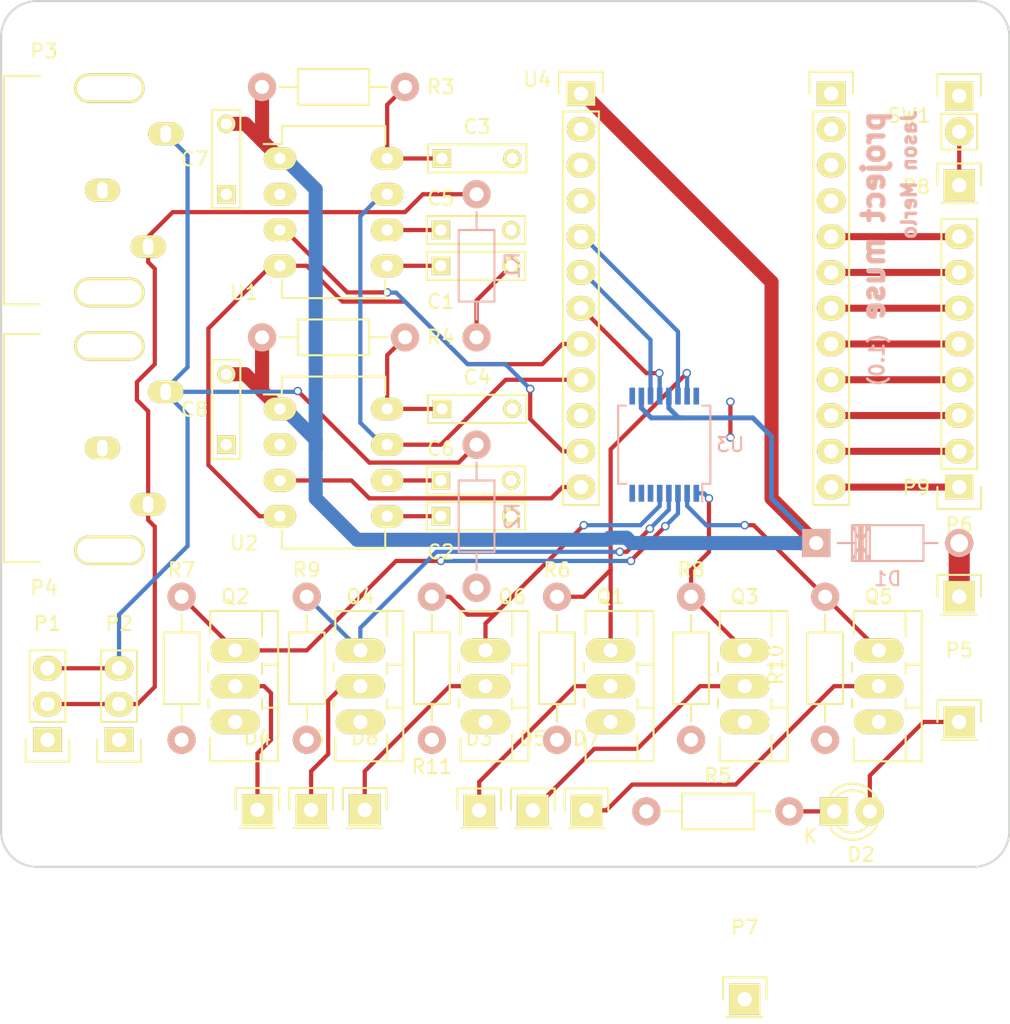
<source format=kicad_pcb>
(kicad_pcb (version 4) (host pcbnew 4.0.0-stable)

  (general
    (links 95)
    (no_connects 39)
    (area 83.617999 70.663999 155.396001 132.282001)
    (thickness 1.6)
    (drawings 11)
    (tracks 247)
    (zones 0)
    (modules 47)
    (nets 54)
  )

  (page A4)
  (layers
    (0 F.Cu mixed)
    (31 B.Cu mixed)
    (32 B.Adhes user)
    (33 F.Adhes user)
    (34 B.Paste user)
    (35 F.Paste user)
    (36 B.SilkS user)
    (37 F.SilkS user)
    (38 B.Mask user)
    (39 F.Mask user)
    (40 Dwgs.User user)
    (41 Cmts.User user)
    (42 Eco1.User user)
    (43 Eco2.User user)
    (44 Edge.Cuts user)
    (45 Margin user)
    (46 B.CrtYd user)
    (47 F.CrtYd user)
    (48 B.Fab user hide)
    (49 F.Fab user hide)
  )

  (setup
    (last_trace_width 0.3)
    (trace_clearance 0.2)
    (zone_clearance 0.508)
    (zone_45_only no)
    (trace_min 0.2)
    (segment_width 0.2)
    (edge_width 0.15)
    (via_size 0.6)
    (via_drill 0.4)
    (via_min_size 0.4)
    (via_min_drill 0.3)
    (uvia_size 0.3)
    (uvia_drill 0.1)
    (uvias_allowed no)
    (uvia_min_size 0.2)
    (uvia_min_drill 0.1)
    (pcb_text_width 0.3)
    (pcb_text_size 1.5 1.5)
    (mod_edge_width 0.15)
    (mod_text_size 1 1)
    (mod_text_width 0.15)
    (pad_size 4.064 4.064)
    (pad_drill 3.17)
    (pad_to_mask_clearance 0.2)
    (aux_axis_origin 0 0)
    (grid_origin 103.505 89.535)
    (visible_elements 7FFFFFFF)
    (pcbplotparams
      (layerselection 0x00030_80000001)
      (usegerberextensions false)
      (excludeedgelayer true)
      (linewidth 0.100000)
      (plotframeref false)
      (viasonmask false)
      (mode 1)
      (useauxorigin false)
      (hpglpennumber 1)
      (hpglpenspeed 20)
      (hpglpendiameter 15)
      (hpglpenoverlay 2)
      (psnegative false)
      (psa4output false)
      (plotreference true)
      (plotvalue true)
      (plotinvisibletext false)
      (padsonsilk false)
      (subtractmaskfromsilk false)
      (outputformat 1)
      (mirror false)
      (drillshape 1)
      (scaleselection 1)
      (outputdirectory ""))
  )

  (net 0 "")
  (net 1 "Net-(C1-Pad1)")
  (net 2 "Net-(C1-Pad2)")
  (net 3 "Net-(C2-Pad1)")
  (net 4 "Net-(C2-Pad2)")
  (net 5 "Net-(C3-Pad1)")
  (net 6 GND)
  (net 7 "Net-(C4-Pad1)")
  (net 8 "Net-(C5-Pad1)")
  (net 9 "Net-(C6-Pad1)")
  (net 10 +5V)
  (net 11 "Net-(D1-Pad2)")
  (net 12 "Net-(D2-Pad1)")
  (net 13 "Net-(D2-Pad2)")
  (net 14 "Net-(D3-Pad1)")
  (net 15 "Net-(D4-Pad1)")
  (net 16 "Net-(D5-Pad1)")
  (net 17 "Net-(D6-Pad1)")
  (net 18 "Net-(D7-Pad1)")
  (net 19 "Net-(D8-Pad1)")
  (net 20 /audio_l)
  (net 21 /audio_r)
  (net 22 "Net-(P8-Pad1)")
  (net 23 /LED_0)
  (net 24 /LED_1)
  (net 25 /LED_2)
  (net 26 /LED_3)
  (net 27 /LED_4)
  (net 28 /LED_5)
  (net 29 /LED_6)
  (net 30 /LED_7)
  (net 31 /LED_0_R)
  (net 32 /LED_1_R)
  (net 33 /LED_0_G)
  (net 34 /LED_1_G)
  (net 35 /LED_0_B)
  (net 36 /LED_1_B)
  (net 37 /Aout_L)
  (net 38 /STROBE)
  (net 39 /RST)
  (net 40 /Aout_R)
  (net 41 /RGB_CLK)
  (net 42 /RGB_LAT)
  (net 43 /RGB_DAT)
  (net 44 "Net-(U3-Pad6)")
  (net 45 "Net-(U3-Pad7)")
  (net 46 "Net-(U3-Pad9)")
  (net 47 VCC)
  (net 48 "Net-(U4-Pad3)")
  (net 49 "Net-(U4-Pad4)")
  (net 50 /PS_ON)
  (net 51 "Net-(U4-Pad24)")
  (net 52 "Net-(U4-Pad22)")
  (net 53 "Net-(U4-Pad23)")

  (net_class Default "This is the default net class."
    (clearance 0.2)
    (trace_width 0.3)
    (via_dia 0.6)
    (via_drill 0.4)
    (uvia_dia 0.3)
    (uvia_drill 0.1)
    (add_net /Aout_L)
    (add_net /Aout_R)
    (add_net /LED_0)
    (add_net /LED_0_B)
    (add_net /LED_0_G)
    (add_net /LED_0_R)
    (add_net /LED_1)
    (add_net /LED_1_B)
    (add_net /LED_1_G)
    (add_net /LED_1_R)
    (add_net /LED_2)
    (add_net /LED_3)
    (add_net /LED_4)
    (add_net /LED_5)
    (add_net /LED_6)
    (add_net /LED_7)
    (add_net /PS_ON)
    (add_net /RGB_CLK)
    (add_net /RGB_DAT)
    (add_net /RGB_LAT)
    (add_net /RST)
    (add_net /STROBE)
    (add_net /audio_l)
    (add_net /audio_r)
    (add_net GND)
    (add_net "Net-(C1-Pad1)")
    (add_net "Net-(C1-Pad2)")
    (add_net "Net-(C2-Pad1)")
    (add_net "Net-(C2-Pad2)")
    (add_net "Net-(C3-Pad1)")
    (add_net "Net-(C4-Pad1)")
    (add_net "Net-(C5-Pad1)")
    (add_net "Net-(C6-Pad1)")
    (add_net "Net-(D1-Pad2)")
    (add_net "Net-(D2-Pad1)")
    (add_net "Net-(D2-Pad2)")
    (add_net "Net-(D3-Pad1)")
    (add_net "Net-(D4-Pad1)")
    (add_net "Net-(D5-Pad1)")
    (add_net "Net-(D6-Pad1)")
    (add_net "Net-(D7-Pad1)")
    (add_net "Net-(D8-Pad1)")
    (add_net "Net-(P8-Pad1)")
    (add_net "Net-(U3-Pad6)")
    (add_net "Net-(U3-Pad7)")
    (add_net "Net-(U3-Pad9)")
    (add_net "Net-(U4-Pad22)")
    (add_net "Net-(U4-Pad23)")
    (add_net "Net-(U4-Pad24)")
    (add_net "Net-(U4-Pad3)")
    (add_net "Net-(U4-Pad4)")
    (add_net VCC)
  )

  (net_class Power ""
    (clearance 0.2)
    (trace_width 1)
    (via_dia 0.6)
    (via_drill 0.4)
    (uvia_dia 0.3)
    (uvia_drill 0.1)
    (add_net +5V)
  )

  (module Pin_Headers:Spark_Core (layer F.Cu) (tedit 5600E060) (tstamp 5600E6AE)
    (at 124.894362 77.305728)
    (descr "Through hole pin header")
    (tags "pin header")
    (path /55FEE4D4)
    (fp_text reference U4 (at -3.101362 -0.978728) (layer F.SilkS)
      (effects (font (size 1 1) (thickness 0.15)))
    )
    (fp_text value Spark_Core (at 8.89 -3.1) (layer F.Fab)
      (effects (font (size 1 1) (thickness 0.15)))
    )
    (fp_line (start -1.75 -1.75) (end -1.75 29.7) (layer F.CrtYd) (width 0.05))
    (fp_line (start 1.75 -1.75) (end 1.75 29.7) (layer F.CrtYd) (width 0.05))
    (fp_line (start -1.75 -1.75) (end 1.75 -1.75) (layer F.CrtYd) (width 0.05))
    (fp_line (start -1.75 29.7) (end 1.75 29.7) (layer F.CrtYd) (width 0.05))
    (fp_line (start 1.27 1.27) (end 1.27 29.21) (layer F.SilkS) (width 0.15))
    (fp_line (start 1.27 29.21) (end -1.27 29.21) (layer F.SilkS) (width 0.15))
    (fp_line (start -1.27 29.21) (end -1.27 1.27) (layer F.SilkS) (width 0.15))
    (fp_line (start 1.55 -1.55) (end 1.55 0) (layer F.SilkS) (width 0.15))
    (fp_line (start 1.27 1.27) (end -1.27 1.27) (layer F.SilkS) (width 0.15))
    (fp_line (start -1.55 0) (end -1.55 -1.55) (layer F.SilkS) (width 0.15))
    (fp_line (start -1.55 -1.55) (end 1.55 -1.55) (layer F.SilkS) (width 0.15))
    (fp_line (start 19.33 -1.55) (end 19.33 0) (layer F.SilkS) (width 0.15))
    (fp_line (start 16.23 0) (end 16.23 -1.55) (layer F.SilkS) (width 0.15))
    (fp_line (start 16.23 -1.55) (end 19.33 -1.55) (layer F.SilkS) (width 0.15))
    (fp_line (start 19.05 1.27) (end 16.51 1.27) (layer F.SilkS) (width 0.15))
    (fp_line (start 16.51 29.21) (end 16.51 1.27) (layer F.SilkS) (width 0.15))
    (fp_line (start 19.05 1.27) (end 19.05 29.21) (layer F.SilkS) (width 0.15))
    (fp_line (start 19.05 29.21) (end 16.51 29.21) (layer F.SilkS) (width 0.15))
    (fp_line (start 16.03 29.7) (end 19.53 29.7) (layer F.CrtYd) (width 0.05))
    (fp_line (start 19.53 -1.75) (end 19.53 29.7) (layer F.CrtYd) (width 0.05))
    (fp_line (start 16.03 -1.75) (end 19.53 -1.75) (layer F.CrtYd) (width 0.05))
    (fp_line (start 16.03 -1.75) (end 16.03 29.7) (layer F.CrtYd) (width 0.05))
    (pad 1 thru_hole rect (at 0 0) (size 2.032 1.7272) (drill 1.016) (layers *.Cu *.Mask F.SilkS)
      (net 10 +5V))
    (pad 2 thru_hole oval (at 0 2.54) (size 2.032 1.7272) (drill 1.016) (layers *.Cu *.Mask F.SilkS)
      (net 6 GND))
    (pad 3 thru_hole oval (at 0 5.08) (size 2.032 1.7272) (drill 1.016) (layers *.Cu *.Mask F.SilkS)
      (net 48 "Net-(U4-Pad3)"))
    (pad 4 thru_hole oval (at 0 7.62) (size 2.032 1.7272) (drill 1.016) (layers *.Cu *.Mask F.SilkS)
      (net 49 "Net-(U4-Pad4)"))
    (pad 5 thru_hole oval (at 0 10.16) (size 2.032 1.7272) (drill 1.016) (layers *.Cu *.Mask F.SilkS)
      (net 43 /RGB_DAT))
    (pad 6 thru_hole oval (at 0 12.7) (size 2.032 1.7272) (drill 1.016) (layers *.Cu *.Mask F.SilkS)
      (net 41 /RGB_CLK))
    (pad 7 thru_hole oval (at 0 15.24) (size 2.032 1.7272) (drill 1.016) (layers *.Cu *.Mask F.SilkS)
      (net 42 /RGB_LAT))
    (pad 8 thru_hole oval (at 0 17.78) (size 2.032 1.7272) (drill 1.016) (layers *.Cu *.Mask F.SilkS)
      (net 38 /STROBE))
    (pad 9 thru_hole oval (at 0 20.32) (size 2.032 1.7272) (drill 1.016) (layers *.Cu *.Mask F.SilkS)
      (net 39 /RST))
    (pad 10 thru_hole oval (at 0 22.86) (size 2.032 1.7272) (drill 1.016) (layers *.Cu *.Mask F.SilkS)
      (net 50 /PS_ON))
    (pad 11 thru_hole oval (at 0 25.4) (size 2.032 1.7272) (drill 1.016) (layers *.Cu *.Mask F.SilkS)
      (net 37 /Aout_L))
    (pad 12 thru_hole oval (at 0 27.94) (size 2.032 1.7272) (drill 1.016) (layers *.Cu *.Mask F.SilkS)
      (net 40 /Aout_R))
    (pad 24 thru_hole rect (at 17.78 0) (size 2.032 1.7272) (drill 1.016) (layers *.Cu *.Mask F.SilkS)
      (net 51 "Net-(U4-Pad24)"))
    (pad 18 thru_hole oval (at 17.78 15.24) (size 2.032 1.7272) (drill 1.016) (layers *.Cu *.Mask F.SilkS)
      (net 28 /LED_5))
    (pad 17 thru_hole oval (at 17.78 17.78) (size 2.032 1.7272) (drill 1.016) (layers *.Cu *.Mask F.SilkS)
      (net 27 /LED_4))
    (pad 19 thru_hole oval (at 17.78 12.7) (size 2.032 1.7272) (drill 1.016) (layers *.Cu *.Mask F.SilkS)
      (net 29 /LED_6))
    (pad 16 thru_hole oval (at 17.78 20.32) (size 2.032 1.7272) (drill 1.016) (layers *.Cu *.Mask F.SilkS)
      (net 26 /LED_3))
    (pad 21 thru_hole oval (at 17.78 7.62) (size 2.032 1.7272) (drill 1.016) (layers *.Cu *.Mask F.SilkS)
      (net 6 GND))
    (pad 22 thru_hole oval (at 17.78 5.08) (size 2.032 1.7272) (drill 1.016) (layers *.Cu *.Mask F.SilkS)
      (net 52 "Net-(U4-Pad22)"))
    (pad 23 thru_hole oval (at 17.78 2.54) (size 2.032 1.7272) (drill 1.016) (layers *.Cu *.Mask F.SilkS)
      (net 53 "Net-(U4-Pad23)"))
    (pad 20 thru_hole oval (at 17.78 10.16) (size 2.032 1.7272) (drill 1.016) (layers *.Cu *.Mask F.SilkS)
      (net 30 /LED_7))
    (pad 14 thru_hole oval (at 17.78 25.4) (size 2.032 1.7272) (drill 1.016) (layers *.Cu *.Mask F.SilkS)
      (net 24 /LED_1))
    (pad 15 thru_hole oval (at 17.78 22.86) (size 2.032 1.7272) (drill 1.016) (layers *.Cu *.Mask F.SilkS)
      (net 25 /LED_2))
    (pad 13 thru_hole oval (at 17.78 27.94) (size 2.032 1.7272) (drill 1.016) (layers *.Cu *.Mask F.SilkS)
      (net 23 /LED_0))
    (model Pin_Headers.3dshapes/Pin_Header_Straight_1x12.wrl
      (at (xyz 0 -0.55 0))
      (scale (xyz 1 1 1))
      (rotate (xyz 0 0 90))
    )
  )

  (module Capacitors_ThroughHole:C_Rect_L7_W2_P5 (layer F.Cu) (tedit 0) (tstamp 5600E549)
    (at 114.935 89.535)
    (descr "Film Capacitor Length 7 x Width 2mm, Pitch 5mm")
    (tags Capacitor)
    (path /55FF0BF3)
    (fp_text reference C1 (at 0 2.54) (layer F.SilkS)
      (effects (font (size 1 1) (thickness 0.15)))
    )
    (fp_text value 0.01uF (at 2.5 2.5) (layer F.Fab)
      (effects (font (size 1 1) (thickness 0.15)))
    )
    (fp_line (start -1.25 -1.25) (end 6.25 -1.25) (layer F.CrtYd) (width 0.05))
    (fp_line (start 6.25 -1.25) (end 6.25 1.25) (layer F.CrtYd) (width 0.05))
    (fp_line (start 6.25 1.25) (end -1.25 1.25) (layer F.CrtYd) (width 0.05))
    (fp_line (start -1.25 1.25) (end -1.25 -1.25) (layer F.CrtYd) (width 0.05))
    (fp_line (start -1 -1) (end 6 -1) (layer F.SilkS) (width 0.15))
    (fp_line (start 6 -1) (end 6 1) (layer F.SilkS) (width 0.15))
    (fp_line (start 6 1) (end -1 1) (layer F.SilkS) (width 0.15))
    (fp_line (start -1 1) (end -1 -1) (layer F.SilkS) (width 0.15))
    (pad 1 thru_hole rect (at 0 0) (size 1.3 1.3) (drill 0.8) (layers *.Cu *.Mask F.SilkS)
      (net 1 "Net-(C1-Pad1)"))
    (pad 2 thru_hole circle (at 5 0) (size 1.3 1.3) (drill 0.8) (layers *.Cu *.Mask F.SilkS)
      (net 2 "Net-(C1-Pad2)"))
    (model Capacitors_ThroughHole.3dshapes/C_Rect_L7_W2_P5.wrl
      (at (xyz 0.098425 0 0))
      (scale (xyz 1 1 1))
      (rotate (xyz 0 0 0))
    )
  )

  (module Capacitors_ThroughHole:C_Rect_L7_W2_P5 (layer F.Cu) (tedit 0) (tstamp 5600E54F)
    (at 114.935 107.315)
    (descr "Film Capacitor Length 7 x Width 2mm, Pitch 5mm")
    (tags Capacitor)
    (path /55FF5CB1)
    (fp_text reference C2 (at 0 2.54) (layer F.SilkS)
      (effects (font (size 1 1) (thickness 0.15)))
    )
    (fp_text value 0.01uF (at 2.5 2.5) (layer F.Fab)
      (effects (font (size 1 1) (thickness 0.15)))
    )
    (fp_line (start -1.25 -1.25) (end 6.25 -1.25) (layer F.CrtYd) (width 0.05))
    (fp_line (start 6.25 -1.25) (end 6.25 1.25) (layer F.CrtYd) (width 0.05))
    (fp_line (start 6.25 1.25) (end -1.25 1.25) (layer F.CrtYd) (width 0.05))
    (fp_line (start -1.25 1.25) (end -1.25 -1.25) (layer F.CrtYd) (width 0.05))
    (fp_line (start -1 -1) (end 6 -1) (layer F.SilkS) (width 0.15))
    (fp_line (start 6 -1) (end 6 1) (layer F.SilkS) (width 0.15))
    (fp_line (start 6 1) (end -1 1) (layer F.SilkS) (width 0.15))
    (fp_line (start -1 1) (end -1 -1) (layer F.SilkS) (width 0.15))
    (pad 1 thru_hole rect (at 0 0) (size 1.3 1.3) (drill 0.8) (layers *.Cu *.Mask F.SilkS)
      (net 3 "Net-(C2-Pad1)"))
    (pad 2 thru_hole circle (at 5 0) (size 1.3 1.3) (drill 0.8) (layers *.Cu *.Mask F.SilkS)
      (net 4 "Net-(C2-Pad2)"))
    (model Capacitors_ThroughHole.3dshapes/C_Rect_L7_W2_P5.wrl
      (at (xyz 0.098425 0 0))
      (scale (xyz 1 1 1))
      (rotate (xyz 0 0 0))
    )
  )

  (module Capacitors_ThroughHole:C_Rect_L7_W2_P5 (layer F.Cu) (tedit 0) (tstamp 5600E555)
    (at 115.015 81.915)
    (descr "Film Capacitor Length 7 x Width 2mm, Pitch 5mm")
    (tags Capacitor)
    (path /55FEFBD7)
    (fp_text reference C3 (at 2.5 -2.25) (layer F.SilkS)
      (effects (font (size 1 1) (thickness 0.15)))
    )
    (fp_text value 33pF (at 2.5 2.5) (layer F.Fab)
      (effects (font (size 1 1) (thickness 0.15)))
    )
    (fp_line (start -1.25 -1.25) (end 6.25 -1.25) (layer F.CrtYd) (width 0.05))
    (fp_line (start 6.25 -1.25) (end 6.25 1.25) (layer F.CrtYd) (width 0.05))
    (fp_line (start 6.25 1.25) (end -1.25 1.25) (layer F.CrtYd) (width 0.05))
    (fp_line (start -1.25 1.25) (end -1.25 -1.25) (layer F.CrtYd) (width 0.05))
    (fp_line (start -1 -1) (end 6 -1) (layer F.SilkS) (width 0.15))
    (fp_line (start 6 -1) (end 6 1) (layer F.SilkS) (width 0.15))
    (fp_line (start 6 1) (end -1 1) (layer F.SilkS) (width 0.15))
    (fp_line (start -1 1) (end -1 -1) (layer F.SilkS) (width 0.15))
    (pad 1 thru_hole rect (at 0 0) (size 1.3 1.3) (drill 0.8) (layers *.Cu *.Mask F.SilkS)
      (net 5 "Net-(C3-Pad1)"))
    (pad 2 thru_hole circle (at 5 0) (size 1.3 1.3) (drill 0.8) (layers *.Cu *.Mask F.SilkS)
      (net 6 GND))
    (model Capacitors_ThroughHole.3dshapes/C_Rect_L7_W2_P5.wrl
      (at (xyz 0.098425 0 0))
      (scale (xyz 1 1 1))
      (rotate (xyz 0 0 0))
    )
  )

  (module Capacitors_ThroughHole:C_Rect_L7_W2_P5 (layer F.Cu) (tedit 0) (tstamp 5600E55B)
    (at 115.015 99.695)
    (descr "Film Capacitor Length 7 x Width 2mm, Pitch 5mm")
    (tags Capacitor)
    (path /55FEF1B3)
    (fp_text reference C4 (at 2.5 -2.25) (layer F.SilkS)
      (effects (font (size 1 1) (thickness 0.15)))
    )
    (fp_text value 33pF (at 2.5 2.5) (layer F.Fab)
      (effects (font (size 1 1) (thickness 0.15)))
    )
    (fp_line (start -1.25 -1.25) (end 6.25 -1.25) (layer F.CrtYd) (width 0.05))
    (fp_line (start 6.25 -1.25) (end 6.25 1.25) (layer F.CrtYd) (width 0.05))
    (fp_line (start 6.25 1.25) (end -1.25 1.25) (layer F.CrtYd) (width 0.05))
    (fp_line (start -1.25 1.25) (end -1.25 -1.25) (layer F.CrtYd) (width 0.05))
    (fp_line (start -1 -1) (end 6 -1) (layer F.SilkS) (width 0.15))
    (fp_line (start 6 -1) (end 6 1) (layer F.SilkS) (width 0.15))
    (fp_line (start 6 1) (end -1 1) (layer F.SilkS) (width 0.15))
    (fp_line (start -1 1) (end -1 -1) (layer F.SilkS) (width 0.15))
    (pad 1 thru_hole rect (at 0 0) (size 1.3 1.3) (drill 0.8) (layers *.Cu *.Mask F.SilkS)
      (net 7 "Net-(C4-Pad1)"))
    (pad 2 thru_hole circle (at 5 0) (size 1.3 1.3) (drill 0.8) (layers *.Cu *.Mask F.SilkS)
      (net 6 GND))
    (model Capacitors_ThroughHole.3dshapes/C_Rect_L7_W2_P5.wrl
      (at (xyz 0.098425 0 0))
      (scale (xyz 1 1 1))
      (rotate (xyz 0 0 0))
    )
  )

  (module Capacitors_ThroughHole:C_Rect_L7_W2_P5 (layer F.Cu) (tedit 0) (tstamp 5600E561)
    (at 114.935 86.995)
    (descr "Film Capacitor Length 7 x Width 2mm, Pitch 5mm")
    (tags Capacitor)
    (path /55FEFBBF)
    (fp_text reference C5 (at 0 -2.25) (layer F.SilkS)
      (effects (font (size 1 1) (thickness 0.15)))
    )
    (fp_text value 0.1uF (at 2.5 2.5) (layer F.Fab)
      (effects (font (size 1 1) (thickness 0.15)))
    )
    (fp_line (start -1.25 -1.25) (end 6.25 -1.25) (layer F.CrtYd) (width 0.05))
    (fp_line (start 6.25 -1.25) (end 6.25 1.25) (layer F.CrtYd) (width 0.05))
    (fp_line (start 6.25 1.25) (end -1.25 1.25) (layer F.CrtYd) (width 0.05))
    (fp_line (start -1.25 1.25) (end -1.25 -1.25) (layer F.CrtYd) (width 0.05))
    (fp_line (start -1 -1) (end 6 -1) (layer F.SilkS) (width 0.15))
    (fp_line (start 6 -1) (end 6 1) (layer F.SilkS) (width 0.15))
    (fp_line (start 6 1) (end -1 1) (layer F.SilkS) (width 0.15))
    (fp_line (start -1 1) (end -1 -1) (layer F.SilkS) (width 0.15))
    (pad 1 thru_hole rect (at 0 0) (size 1.3 1.3) (drill 0.8) (layers *.Cu *.Mask F.SilkS)
      (net 8 "Net-(C5-Pad1)"))
    (pad 2 thru_hole circle (at 5 0) (size 1.3 1.3) (drill 0.8) (layers *.Cu *.Mask F.SilkS)
      (net 6 GND))
    (model Capacitors_ThroughHole.3dshapes/C_Rect_L7_W2_P5.wrl
      (at (xyz 0.098425 0 0))
      (scale (xyz 1 1 1))
      (rotate (xyz 0 0 0))
    )
  )

  (module Capacitors_ThroughHole:C_Rect_L7_W2_P5 (layer F.Cu) (tedit 0) (tstamp 5600E567)
    (at 114.935 104.775)
    (descr "Film Capacitor Length 7 x Width 2mm, Pitch 5mm")
    (tags Capacitor)
    (path /55FEEF59)
    (fp_text reference C6 (at 0 -2.25) (layer F.SilkS)
      (effects (font (size 1 1) (thickness 0.15)))
    )
    (fp_text value 0.1uF (at 2.5 2.5) (layer F.Fab)
      (effects (font (size 1 1) (thickness 0.15)))
    )
    (fp_line (start -1.25 -1.25) (end 6.25 -1.25) (layer F.CrtYd) (width 0.05))
    (fp_line (start 6.25 -1.25) (end 6.25 1.25) (layer F.CrtYd) (width 0.05))
    (fp_line (start 6.25 1.25) (end -1.25 1.25) (layer F.CrtYd) (width 0.05))
    (fp_line (start -1.25 1.25) (end -1.25 -1.25) (layer F.CrtYd) (width 0.05))
    (fp_line (start -1 -1) (end 6 -1) (layer F.SilkS) (width 0.15))
    (fp_line (start 6 -1) (end 6 1) (layer F.SilkS) (width 0.15))
    (fp_line (start 6 1) (end -1 1) (layer F.SilkS) (width 0.15))
    (fp_line (start -1 1) (end -1 -1) (layer F.SilkS) (width 0.15))
    (pad 1 thru_hole rect (at 0 0) (size 1.3 1.3) (drill 0.8) (layers *.Cu *.Mask F.SilkS)
      (net 9 "Net-(C6-Pad1)"))
    (pad 2 thru_hole circle (at 5 0) (size 1.3 1.3) (drill 0.8) (layers *.Cu *.Mask F.SilkS)
      (net 6 GND))
    (model Capacitors_ThroughHole.3dshapes/C_Rect_L7_W2_P5.wrl
      (at (xyz 0.098425 0 0))
      (scale (xyz 1 1 1))
      (rotate (xyz 0 0 0))
    )
  )

  (module Capacitors_ThroughHole:C_Rect_L7_W2_P5 (layer F.Cu) (tedit 0) (tstamp 5600E56D)
    (at 99.695 84.455 90)
    (descr "Film Capacitor Length 7 x Width 2mm, Pitch 5mm")
    (tags Capacitor)
    (path /55FEFDC4)
    (fp_text reference C7 (at 2.5 -2.25 180) (layer F.SilkS)
      (effects (font (size 1 1) (thickness 0.15)))
    )
    (fp_text value 0.1uF (at 2.5 2.5 90) (layer F.Fab)
      (effects (font (size 1 1) (thickness 0.15)))
    )
    (fp_line (start -1.25 -1.25) (end 6.25 -1.25) (layer F.CrtYd) (width 0.05))
    (fp_line (start 6.25 -1.25) (end 6.25 1.25) (layer F.CrtYd) (width 0.05))
    (fp_line (start 6.25 1.25) (end -1.25 1.25) (layer F.CrtYd) (width 0.05))
    (fp_line (start -1.25 1.25) (end -1.25 -1.25) (layer F.CrtYd) (width 0.05))
    (fp_line (start -1 -1) (end 6 -1) (layer F.SilkS) (width 0.15))
    (fp_line (start 6 -1) (end 6 1) (layer F.SilkS) (width 0.15))
    (fp_line (start 6 1) (end -1 1) (layer F.SilkS) (width 0.15))
    (fp_line (start -1 1) (end -1 -1) (layer F.SilkS) (width 0.15))
    (pad 1 thru_hole rect (at 0 0 90) (size 1.3 1.3) (drill 0.8) (layers *.Cu *.Mask F.SilkS)
      (net 6 GND))
    (pad 2 thru_hole circle (at 5 0 90) (size 1.3 1.3) (drill 0.8) (layers *.Cu *.Mask F.SilkS)
      (net 10 +5V))
    (model Capacitors_ThroughHole.3dshapes/C_Rect_L7_W2_P5.wrl
      (at (xyz 0.098425 0 0))
      (scale (xyz 1 1 1))
      (rotate (xyz 0 0 0))
    )
  )

  (module Capacitors_ThroughHole:C_Rect_L7_W2_P5 (layer F.Cu) (tedit 0) (tstamp 5600E573)
    (at 99.695 102.235 90)
    (descr "Film Capacitor Length 7 x Width 2mm, Pitch 5mm")
    (tags Capacitor)
    (path /55FEFD67)
    (fp_text reference C8 (at 2.5 -2.25 180) (layer F.SilkS)
      (effects (font (size 1 1) (thickness 0.15)))
    )
    (fp_text value 0.1uF (at 2.5 2.5 90) (layer F.Fab)
      (effects (font (size 1 1) (thickness 0.15)))
    )
    (fp_line (start -1.25 -1.25) (end 6.25 -1.25) (layer F.CrtYd) (width 0.05))
    (fp_line (start 6.25 -1.25) (end 6.25 1.25) (layer F.CrtYd) (width 0.05))
    (fp_line (start 6.25 1.25) (end -1.25 1.25) (layer F.CrtYd) (width 0.05))
    (fp_line (start -1.25 1.25) (end -1.25 -1.25) (layer F.CrtYd) (width 0.05))
    (fp_line (start -1 -1) (end 6 -1) (layer F.SilkS) (width 0.15))
    (fp_line (start 6 -1) (end 6 1) (layer F.SilkS) (width 0.15))
    (fp_line (start 6 1) (end -1 1) (layer F.SilkS) (width 0.15))
    (fp_line (start -1 1) (end -1 -1) (layer F.SilkS) (width 0.15))
    (pad 1 thru_hole rect (at 0 0 90) (size 1.3 1.3) (drill 0.8) (layers *.Cu *.Mask F.SilkS)
      (net 6 GND))
    (pad 2 thru_hole circle (at 5 0 90) (size 1.3 1.3) (drill 0.8) (layers *.Cu *.Mask F.SilkS)
      (net 10 +5V))
    (model Capacitors_ThroughHole.3dshapes/C_Rect_L7_W2_P5.wrl
      (at (xyz 0.098425 0 0))
      (scale (xyz 1 1 1))
      (rotate (xyz 0 0 0))
    )
  )

  (module Diodes_ThroughHole:Diode_DO-41_SOD81_Horizontal_RM10 (layer B.Cu) (tedit 552FFCCE) (tstamp 5600E579)
    (at 141.605 109.21746)
    (descr "Diode, DO-41, SOD81, Horizontal, RM 10mm,")
    (tags "Diode, DO-41, SOD81, Horizontal, RM 10mm, 1N4007, SB140,")
    (path /55FF8969)
    (fp_text reference D1 (at 5.08 2.54254) (layer B.SilkS)
      (effects (font (size 1 1) (thickness 0.15)) (justify mirror))
    )
    (fp_text value 6A (at 4.37134 3.55854) (layer B.Fab)
      (effects (font (size 1 1) (thickness 0.15)) (justify mirror))
    )
    (fp_line (start 7.62 0.00254) (end 8.636 0.00254) (layer B.SilkS) (width 0.15))
    (fp_line (start 2.794 0.00254) (end 1.524 0.00254) (layer B.SilkS) (width 0.15))
    (fp_line (start 3.048 1.27254) (end 3.048 -1.26746) (layer B.SilkS) (width 0.15))
    (fp_line (start 3.302 1.27254) (end 3.302 -1.26746) (layer B.SilkS) (width 0.15))
    (fp_line (start 3.556 1.27254) (end 3.556 -1.26746) (layer B.SilkS) (width 0.15))
    (fp_line (start 2.794 1.27254) (end 2.794 -1.26746) (layer B.SilkS) (width 0.15))
    (fp_line (start 3.81 1.27254) (end 2.54 -1.26746) (layer B.SilkS) (width 0.15))
    (fp_line (start 2.54 1.27254) (end 3.81 -1.26746) (layer B.SilkS) (width 0.15))
    (fp_line (start 3.81 1.27254) (end 3.81 -1.26746) (layer B.SilkS) (width 0.15))
    (fp_line (start 3.175 1.27254) (end 3.175 -1.26746) (layer B.SilkS) (width 0.15))
    (fp_line (start 2.54 -1.26746) (end 2.54 1.27254) (layer B.SilkS) (width 0.15))
    (fp_line (start 2.54 1.27254) (end 7.62 1.27254) (layer B.SilkS) (width 0.15))
    (fp_line (start 7.62 1.27254) (end 7.62 -1.26746) (layer B.SilkS) (width 0.15))
    (fp_line (start 7.62 -1.26746) (end 2.54 -1.26746) (layer B.SilkS) (width 0.15))
    (pad 2 thru_hole circle (at 10.16 0.00254 180) (size 1.99898 1.99898) (drill 1.27) (layers *.Cu *.Mask B.SilkS)
      (net 11 "Net-(D1-Pad2)"))
    (pad 1 thru_hole rect (at 0 0.00254 180) (size 1.99898 1.99898) (drill 1.00076) (layers *.Cu *.Mask B.SilkS)
      (net 10 +5V))
  )

  (module Pin_Headers:Pin_Header_Straight_1x03 (layer F.Cu) (tedit 0) (tstamp 5600E5A4)
    (at 86.995 123.19 180)
    (descr "Through hole pin header")
    (tags "pin header")
    (path /55FEF44B)
    (fp_text reference P1 (at 0 8.255 180) (layer F.SilkS)
      (effects (font (size 1 1) (thickness 0.15)))
    )
    (fp_text value 3.5mm_line (at 0 -3.1 180) (layer F.Fab)
      (effects (font (size 1 1) (thickness 0.15)))
    )
    (fp_line (start -1.75 -1.75) (end -1.75 6.85) (layer F.CrtYd) (width 0.05))
    (fp_line (start 1.75 -1.75) (end 1.75 6.85) (layer F.CrtYd) (width 0.05))
    (fp_line (start -1.75 -1.75) (end 1.75 -1.75) (layer F.CrtYd) (width 0.05))
    (fp_line (start -1.75 6.85) (end 1.75 6.85) (layer F.CrtYd) (width 0.05))
    (fp_line (start -1.27 1.27) (end -1.27 6.35) (layer F.SilkS) (width 0.15))
    (fp_line (start -1.27 6.35) (end 1.27 6.35) (layer F.SilkS) (width 0.15))
    (fp_line (start 1.27 6.35) (end 1.27 1.27) (layer F.SilkS) (width 0.15))
    (fp_line (start 1.55 -1.55) (end 1.55 0) (layer F.SilkS) (width 0.15))
    (fp_line (start 1.27 1.27) (end -1.27 1.27) (layer F.SilkS) (width 0.15))
    (fp_line (start -1.55 0) (end -1.55 -1.55) (layer F.SilkS) (width 0.15))
    (fp_line (start -1.55 -1.55) (end 1.55 -1.55) (layer F.SilkS) (width 0.15))
    (pad 1 thru_hole rect (at 0 0 180) (size 2.032 1.7272) (drill 1.016) (layers *.Cu *.Mask F.SilkS)
      (net 6 GND))
    (pad 2 thru_hole oval (at 0 2.54 180) (size 2.032 1.7272) (drill 1.016) (layers *.Cu *.Mask F.SilkS)
      (net 20 /audio_l))
    (pad 3 thru_hole oval (at 0 5.08 180) (size 2.032 1.7272) (drill 1.016) (layers *.Cu *.Mask F.SilkS)
      (net 21 /audio_r))
    (model Pin_Headers.3dshapes/Pin_Header_Straight_1x03.wrl
      (at (xyz 0 -0.1 0))
      (scale (xyz 1 1 1))
      (rotate (xyz 0 0 90))
    )
  )

  (module Pin_Headers:Pin_Header_Straight_1x03 (layer F.Cu) (tedit 0) (tstamp 5600E5AB)
    (at 92.075 123.19 180)
    (descr "Through hole pin header")
    (tags "pin header")
    (path /55FEF55E)
    (fp_text reference P2 (at 0 8.255 180) (layer F.SilkS)
      (effects (font (size 1 1) (thickness 0.15)))
    )
    (fp_text value 3.5mm_line (at 0 -3.1 180) (layer F.Fab)
      (effects (font (size 1 1) (thickness 0.15)))
    )
    (fp_line (start -1.75 -1.75) (end -1.75 6.85) (layer F.CrtYd) (width 0.05))
    (fp_line (start 1.75 -1.75) (end 1.75 6.85) (layer F.CrtYd) (width 0.05))
    (fp_line (start -1.75 -1.75) (end 1.75 -1.75) (layer F.CrtYd) (width 0.05))
    (fp_line (start -1.75 6.85) (end 1.75 6.85) (layer F.CrtYd) (width 0.05))
    (fp_line (start -1.27 1.27) (end -1.27 6.35) (layer F.SilkS) (width 0.15))
    (fp_line (start -1.27 6.35) (end 1.27 6.35) (layer F.SilkS) (width 0.15))
    (fp_line (start 1.27 6.35) (end 1.27 1.27) (layer F.SilkS) (width 0.15))
    (fp_line (start 1.55 -1.55) (end 1.55 0) (layer F.SilkS) (width 0.15))
    (fp_line (start 1.27 1.27) (end -1.27 1.27) (layer F.SilkS) (width 0.15))
    (fp_line (start -1.55 0) (end -1.55 -1.55) (layer F.SilkS) (width 0.15))
    (fp_line (start -1.55 -1.55) (end 1.55 -1.55) (layer F.SilkS) (width 0.15))
    (pad 1 thru_hole rect (at 0 0 180) (size 2.032 1.7272) (drill 1.016) (layers *.Cu *.Mask F.SilkS)
      (net 6 GND))
    (pad 2 thru_hole oval (at 0 2.54 180) (size 2.032 1.7272) (drill 1.016) (layers *.Cu *.Mask F.SilkS)
      (net 20 /audio_l))
    (pad 3 thru_hole oval (at 0 5.08 180) (size 2.032 1.7272) (drill 1.016) (layers *.Cu *.Mask F.SilkS)
      (net 21 /audio_r))
    (model Pin_Headers.3dshapes/Pin_Header_Straight_1x03.wrl
      (at (xyz 0 -0.1 0))
      (scale (xyz 1 1 1))
      (rotate (xyz 0 0 90))
    )
  )

  (module Pin_Headers:Pin_Header_Straight_1x01 (layer F.Cu) (tedit 54EA08DC) (tstamp 5600E5D7)
    (at 151.765 83.82)
    (descr "Through hole pin header")
    (tags "pin header")
    (path /55FFD439)
    (fp_text reference P8 (at -3.048 0.127) (layer F.SilkS)
      (effects (font (size 1 1) (thickness 0.15)))
    )
    (fp_text value ATX_PS_ON (at 0 -3.1) (layer F.Fab)
      (effects (font (size 1 1) (thickness 0.15)))
    )
    (fp_line (start 1.55 -1.55) (end 1.55 0) (layer F.SilkS) (width 0.15))
    (fp_line (start -1.75 -1.75) (end -1.75 1.75) (layer F.CrtYd) (width 0.05))
    (fp_line (start 1.75 -1.75) (end 1.75 1.75) (layer F.CrtYd) (width 0.05))
    (fp_line (start -1.75 -1.75) (end 1.75 -1.75) (layer F.CrtYd) (width 0.05))
    (fp_line (start -1.75 1.75) (end 1.75 1.75) (layer F.CrtYd) (width 0.05))
    (fp_line (start -1.55 0) (end -1.55 -1.55) (layer F.SilkS) (width 0.15))
    (fp_line (start -1.55 -1.55) (end 1.55 -1.55) (layer F.SilkS) (width 0.15))
    (fp_line (start -1.27 1.27) (end 1.27 1.27) (layer F.SilkS) (width 0.15))
    (pad 1 thru_hole rect (at 0 0) (size 2.2352 2.2352) (drill 1.016) (layers *.Cu *.Mask F.SilkS)
      (net 22 "Net-(P8-Pad1)"))
    (model Pin_Headers.3dshapes/Pin_Header_Straight_1x01.wrl
      (at (xyz 0 0 0))
      (scale (xyz 1 1 1))
      (rotate (xyz 0 0 90))
    )
  )

  (module Pin_Headers:Pin_Header_Straight_1x08 (layer F.Cu) (tedit 0) (tstamp 5600E5E3)
    (at 151.765 105.245728 180)
    (descr "Through hole pin header")
    (tags "pin header")
    (path /55FFBAFD)
    (fp_text reference P9 (at 3.048 -0.037272 180) (layer F.SilkS)
      (effects (font (size 1 1) (thickness 0.15)))
    )
    (fp_text value LED_Signal (at 0 -3.1 180) (layer F.Fab)
      (effects (font (size 1 1) (thickness 0.15)))
    )
    (fp_line (start -1.75 -1.75) (end -1.75 19.55) (layer F.CrtYd) (width 0.05))
    (fp_line (start 1.75 -1.75) (end 1.75 19.55) (layer F.CrtYd) (width 0.05))
    (fp_line (start -1.75 -1.75) (end 1.75 -1.75) (layer F.CrtYd) (width 0.05))
    (fp_line (start -1.75 19.55) (end 1.75 19.55) (layer F.CrtYd) (width 0.05))
    (fp_line (start 1.27 1.27) (end 1.27 19.05) (layer F.SilkS) (width 0.15))
    (fp_line (start 1.27 19.05) (end -1.27 19.05) (layer F.SilkS) (width 0.15))
    (fp_line (start -1.27 19.05) (end -1.27 1.27) (layer F.SilkS) (width 0.15))
    (fp_line (start 1.55 -1.55) (end 1.55 0) (layer F.SilkS) (width 0.15))
    (fp_line (start 1.27 1.27) (end -1.27 1.27) (layer F.SilkS) (width 0.15))
    (fp_line (start -1.55 0) (end -1.55 -1.55) (layer F.SilkS) (width 0.15))
    (fp_line (start -1.55 -1.55) (end 1.55 -1.55) (layer F.SilkS) (width 0.15))
    (pad 1 thru_hole rect (at 0 0 180) (size 2.032 1.7272) (drill 1.016) (layers *.Cu *.Mask F.SilkS)
      (net 23 /LED_0))
    (pad 2 thru_hole oval (at 0 2.54 180) (size 2.032 1.7272) (drill 1.016) (layers *.Cu *.Mask F.SilkS)
      (net 24 /LED_1))
    (pad 3 thru_hole oval (at 0 5.08 180) (size 2.032 1.7272) (drill 1.016) (layers *.Cu *.Mask F.SilkS)
      (net 25 /LED_2))
    (pad 4 thru_hole oval (at 0 7.62 180) (size 2.032 1.7272) (drill 1.016) (layers *.Cu *.Mask F.SilkS)
      (net 26 /LED_3))
    (pad 5 thru_hole oval (at 0 10.16 180) (size 2.032 1.7272) (drill 1.016) (layers *.Cu *.Mask F.SilkS)
      (net 27 /LED_4))
    (pad 6 thru_hole oval (at 0 12.7 180) (size 2.032 1.7272) (drill 1.016) (layers *.Cu *.Mask F.SilkS)
      (net 28 /LED_5))
    (pad 7 thru_hole oval (at 0 15.24 180) (size 2.032 1.7272) (drill 1.016) (layers *.Cu *.Mask F.SilkS)
      (net 29 /LED_6))
    (pad 8 thru_hole oval (at 0 17.78 180) (size 2.032 1.7272) (drill 1.016) (layers *.Cu *.Mask F.SilkS)
      (net 30 /LED_7))
    (model Pin_Headers.3dshapes/Pin_Header_Straight_1x08.wrl
      (at (xyz 0 -0.35 0))
      (scale (xyz 1 1 1))
      (rotate (xyz 0 0 90))
    )
  )

  (module Resistors_ThroughHole:Resistor_Horizontal_RM10mm (layer B.Cu) (tedit 53F56209) (tstamp 5600E619)
    (at 117.475 89.535 90)
    (descr "Resistor, Axial,  RM 10mm, 1/3W,")
    (tags "Resistor, Axial, RM 10mm, 1/3W,")
    (path /55FF0A1E)
    (fp_text reference R1 (at 0 2.54 90) (layer B.SilkS)
      (effects (font (size 1 1) (thickness 0.15)) (justify mirror))
    )
    (fp_text value 22k (at 3.81 -3.81 90) (layer B.Fab)
      (effects (font (size 1 1) (thickness 0.15)) (justify mirror))
    )
    (fp_line (start -2.54 1.27) (end 2.54 1.27) (layer B.SilkS) (width 0.15))
    (fp_line (start 2.54 1.27) (end 2.54 -1.27) (layer B.SilkS) (width 0.15))
    (fp_line (start 2.54 -1.27) (end -2.54 -1.27) (layer B.SilkS) (width 0.15))
    (fp_line (start -2.54 -1.27) (end -2.54 1.27) (layer B.SilkS) (width 0.15))
    (fp_line (start -2.54 0) (end -3.81 0) (layer B.SilkS) (width 0.15))
    (fp_line (start 2.54 0) (end 3.81 0) (layer B.SilkS) (width 0.15))
    (pad 1 thru_hole circle (at -5.08 0 90) (size 1.99898 1.99898) (drill 1.00076) (layers *.Cu *.SilkS *.Mask)
      (net 2 "Net-(C1-Pad2)"))
    (pad 2 thru_hole circle (at 5.08 0 90) (size 1.99898 1.99898) (drill 1.00076) (layers *.Cu *.SilkS *.Mask)
      (net 20 /audio_l))
    (model Resistors_ThroughHole.3dshapes/Resistor_Horizontal_RM10mm.wrl
      (at (xyz 0 0 0))
      (scale (xyz 0.4 0.4 0.4))
      (rotate (xyz 0 0 0))
    )
  )

  (module Resistors_ThroughHole:Resistor_Horizontal_RM10mm (layer B.Cu) (tedit 53F56209) (tstamp 5600E61F)
    (at 117.475 107.315 90)
    (descr "Resistor, Axial,  RM 10mm, 1/3W,")
    (tags "Resistor, Axial, RM 10mm, 1/3W,")
    (path /55FF5CAB)
    (fp_text reference R2 (at 0 2.54 90) (layer B.SilkS)
      (effects (font (size 1 1) (thickness 0.15)) (justify mirror))
    )
    (fp_text value 22k (at 3.81 -3.81 90) (layer B.Fab)
      (effects (font (size 1 1) (thickness 0.15)) (justify mirror))
    )
    (fp_line (start -2.54 1.27) (end 2.54 1.27) (layer B.SilkS) (width 0.15))
    (fp_line (start 2.54 1.27) (end 2.54 -1.27) (layer B.SilkS) (width 0.15))
    (fp_line (start 2.54 -1.27) (end -2.54 -1.27) (layer B.SilkS) (width 0.15))
    (fp_line (start -2.54 -1.27) (end -2.54 1.27) (layer B.SilkS) (width 0.15))
    (fp_line (start -2.54 0) (end -3.81 0) (layer B.SilkS) (width 0.15))
    (fp_line (start 2.54 0) (end 3.81 0) (layer B.SilkS) (width 0.15))
    (pad 1 thru_hole circle (at -5.08 0 90) (size 1.99898 1.99898) (drill 1.00076) (layers *.Cu *.SilkS *.Mask)
      (net 4 "Net-(C2-Pad2)"))
    (pad 2 thru_hole circle (at 5.08 0 90) (size 1.99898 1.99898) (drill 1.00076) (layers *.Cu *.SilkS *.Mask)
      (net 21 /audio_r))
    (model Resistors_ThroughHole.3dshapes/Resistor_Horizontal_RM10mm.wrl
      (at (xyz 0 0 0))
      (scale (xyz 0.4 0.4 0.4))
      (rotate (xyz 0 0 0))
    )
  )

  (module Resistors_ThroughHole:Resistor_Horizontal_RM10mm (layer F.Cu) (tedit 53F56209) (tstamp 5600E625)
    (at 107.315 76.835 180)
    (descr "Resistor, Axial,  RM 10mm, 1/3W,")
    (tags "Resistor, Axial, RM 10mm, 1/3W,")
    (path /55FEFBE7)
    (fp_text reference R3 (at -7.62 0 180) (layer F.SilkS)
      (effects (font (size 1 1) (thickness 0.15)))
    )
    (fp_text value 200k (at 3.81 3.81 180) (layer F.Fab)
      (effects (font (size 1 1) (thickness 0.15)))
    )
    (fp_line (start -2.54 -1.27) (end 2.54 -1.27) (layer F.SilkS) (width 0.15))
    (fp_line (start 2.54 -1.27) (end 2.54 1.27) (layer F.SilkS) (width 0.15))
    (fp_line (start 2.54 1.27) (end -2.54 1.27) (layer F.SilkS) (width 0.15))
    (fp_line (start -2.54 1.27) (end -2.54 -1.27) (layer F.SilkS) (width 0.15))
    (fp_line (start -2.54 0) (end -3.81 0) (layer F.SilkS) (width 0.15))
    (fp_line (start 2.54 0) (end 3.81 0) (layer F.SilkS) (width 0.15))
    (pad 1 thru_hole circle (at -5.08 0 180) (size 1.99898 1.99898) (drill 1.00076) (layers *.Cu *.SilkS *.Mask)
      (net 5 "Net-(C3-Pad1)"))
    (pad 2 thru_hole circle (at 5.08 0 180) (size 1.99898 1.99898) (drill 1.00076) (layers *.Cu *.SilkS *.Mask)
      (net 10 +5V))
    (model Resistors_ThroughHole.3dshapes/Resistor_Horizontal_RM10mm.wrl
      (at (xyz 0 0 0))
      (scale (xyz 0.4 0.4 0.4))
      (rotate (xyz 0 0 0))
    )
  )

  (module Resistors_ThroughHole:Resistor_Horizontal_RM10mm (layer F.Cu) (tedit 53F56209) (tstamp 5600E62B)
    (at 107.315 94.615 180)
    (descr "Resistor, Axial,  RM 10mm, 1/3W,")
    (tags "Resistor, Axial, RM 10mm, 1/3W,")
    (path /55FEF28C)
    (fp_text reference R4 (at -7.62 0 180) (layer F.SilkS)
      (effects (font (size 1 1) (thickness 0.15)))
    )
    (fp_text value 200k (at 3.81 3.81 180) (layer F.Fab)
      (effects (font (size 1 1) (thickness 0.15)))
    )
    (fp_line (start -2.54 -1.27) (end 2.54 -1.27) (layer F.SilkS) (width 0.15))
    (fp_line (start 2.54 -1.27) (end 2.54 1.27) (layer F.SilkS) (width 0.15))
    (fp_line (start 2.54 1.27) (end -2.54 1.27) (layer F.SilkS) (width 0.15))
    (fp_line (start -2.54 1.27) (end -2.54 -1.27) (layer F.SilkS) (width 0.15))
    (fp_line (start -2.54 0) (end -3.81 0) (layer F.SilkS) (width 0.15))
    (fp_line (start 2.54 0) (end 3.81 0) (layer F.SilkS) (width 0.15))
    (pad 1 thru_hole circle (at -5.08 0 180) (size 1.99898 1.99898) (drill 1.00076) (layers *.Cu *.SilkS *.Mask)
      (net 7 "Net-(C4-Pad1)"))
    (pad 2 thru_hole circle (at 5.08 0 180) (size 1.99898 1.99898) (drill 1.00076) (layers *.Cu *.SilkS *.Mask)
      (net 10 +5V))
    (model Resistors_ThroughHole.3dshapes/Resistor_Horizontal_RM10mm.wrl
      (at (xyz 0 0 0))
      (scale (xyz 0.4 0.4 0.4))
      (rotate (xyz 0 0 0))
    )
  )

  (module Resistors_ThroughHole:Resistor_Horizontal_RM10mm (layer F.Cu) (tedit 53F56209) (tstamp 5600E631)
    (at 134.62 128.27)
    (descr "Resistor, Axial,  RM 10mm, 1/3W,")
    (tags "Resistor, Axial, RM 10mm, 1/3W,")
    (path /55FFDDBC)
    (fp_text reference R5 (at 0 -2.54) (layer F.SilkS)
      (effects (font (size 1 1) (thickness 0.15)))
    )
    (fp_text value 470 (at 3.81 3.81) (layer F.Fab)
      (effects (font (size 1 1) (thickness 0.15)))
    )
    (fp_line (start -2.54 -1.27) (end 2.54 -1.27) (layer F.SilkS) (width 0.15))
    (fp_line (start 2.54 -1.27) (end 2.54 1.27) (layer F.SilkS) (width 0.15))
    (fp_line (start 2.54 1.27) (end -2.54 1.27) (layer F.SilkS) (width 0.15))
    (fp_line (start -2.54 1.27) (end -2.54 -1.27) (layer F.SilkS) (width 0.15))
    (fp_line (start -2.54 0) (end -3.81 0) (layer F.SilkS) (width 0.15))
    (fp_line (start 2.54 0) (end 3.81 0) (layer F.SilkS) (width 0.15))
    (pad 1 thru_hole circle (at -5.08 0) (size 1.99898 1.99898) (drill 1.00076) (layers *.Cu *.SilkS *.Mask)
      (net 6 GND))
    (pad 2 thru_hole circle (at 5.08 0) (size 1.99898 1.99898) (drill 1.00076) (layers *.Cu *.SilkS *.Mask)
      (net 12 "Net-(D2-Pad1)"))
    (model Resistors_ThroughHole.3dshapes/Resistor_Horizontal_RM10mm.wrl
      (at (xyz 0 0 0))
      (scale (xyz 0.4 0.4 0.4))
      (rotate (xyz 0 0 0))
    )
  )

  (module Resistors_ThroughHole:Resistor_Horizontal_RM10mm (layer F.Cu) (tedit 53F56209) (tstamp 5600E637)
    (at 123.19 118.11 90)
    (descr "Resistor, Axial,  RM 10mm, 1/3W,")
    (tags "Resistor, Axial, RM 10mm, 1/3W,")
    (path /55FF537D)
    (fp_text reference R6 (at 6.985 0 180) (layer F.SilkS)
      (effects (font (size 1 1) (thickness 0.15)))
    )
    (fp_text value 10k (at 3.81 3.81 90) (layer F.Fab)
      (effects (font (size 1 1) (thickness 0.15)))
    )
    (fp_line (start -2.54 -1.27) (end 2.54 -1.27) (layer F.SilkS) (width 0.15))
    (fp_line (start 2.54 -1.27) (end 2.54 1.27) (layer F.SilkS) (width 0.15))
    (fp_line (start 2.54 1.27) (end -2.54 1.27) (layer F.SilkS) (width 0.15))
    (fp_line (start -2.54 1.27) (end -2.54 -1.27) (layer F.SilkS) (width 0.15))
    (fp_line (start -2.54 0) (end -3.81 0) (layer F.SilkS) (width 0.15))
    (fp_line (start 2.54 0) (end 3.81 0) (layer F.SilkS) (width 0.15))
    (pad 1 thru_hole circle (at -5.08 0 90) (size 1.99898 1.99898) (drill 1.00076) (layers *.Cu *.SilkS *.Mask)
      (net 6 GND))
    (pad 2 thru_hole circle (at 5.08 0 90) (size 1.99898 1.99898) (drill 1.00076) (layers *.Cu *.SilkS *.Mask)
      (net 31 /LED_0_R))
    (model Resistors_ThroughHole.3dshapes/Resistor_Horizontal_RM10mm.wrl
      (at (xyz 0 0 0))
      (scale (xyz 0.4 0.4 0.4))
      (rotate (xyz 0 0 0))
    )
  )

  (module Resistors_ThroughHole:Resistor_Horizontal_RM10mm (layer F.Cu) (tedit 53F56209) (tstamp 5600E63D)
    (at 96.52 118.11 90)
    (descr "Resistor, Axial,  RM 10mm, 1/3W,")
    (tags "Resistor, Axial, RM 10mm, 1/3W,")
    (path /55FF3605)
    (fp_text reference R7 (at 6.985 0 180) (layer F.SilkS)
      (effects (font (size 1 1) (thickness 0.15)))
    )
    (fp_text value 10k (at 3.81 3.81 90) (layer F.Fab)
      (effects (font (size 1 1) (thickness 0.15)))
    )
    (fp_line (start -2.54 -1.27) (end 2.54 -1.27) (layer F.SilkS) (width 0.15))
    (fp_line (start 2.54 -1.27) (end 2.54 1.27) (layer F.SilkS) (width 0.15))
    (fp_line (start 2.54 1.27) (end -2.54 1.27) (layer F.SilkS) (width 0.15))
    (fp_line (start -2.54 1.27) (end -2.54 -1.27) (layer F.SilkS) (width 0.15))
    (fp_line (start -2.54 0) (end -3.81 0) (layer F.SilkS) (width 0.15))
    (fp_line (start 2.54 0) (end 3.81 0) (layer F.SilkS) (width 0.15))
    (pad 1 thru_hole circle (at -5.08 0 90) (size 1.99898 1.99898) (drill 1.00076) (layers *.Cu *.SilkS *.Mask)
      (net 6 GND))
    (pad 2 thru_hole circle (at 5.08 0 90) (size 1.99898 1.99898) (drill 1.00076) (layers *.Cu *.SilkS *.Mask)
      (net 32 /LED_1_R))
    (model Resistors_ThroughHole.3dshapes/Resistor_Horizontal_RM10mm.wrl
      (at (xyz 0 0 0))
      (scale (xyz 0.4 0.4 0.4))
      (rotate (xyz 0 0 0))
    )
  )

  (module Resistors_ThroughHole:Resistor_Horizontal_RM10mm (layer F.Cu) (tedit 53F56209) (tstamp 5600E643)
    (at 132.715 118.11 90)
    (descr "Resistor, Axial,  RM 10mm, 1/3W,")
    (tags "Resistor, Axial, RM 10mm, 1/3W,")
    (path /55FF276E)
    (fp_text reference R8 (at 6.985 0 180) (layer F.SilkS)
      (effects (font (size 1 1) (thickness 0.15)))
    )
    (fp_text value 10k (at 3.81 3.81 90) (layer F.Fab)
      (effects (font (size 1 1) (thickness 0.15)))
    )
    (fp_line (start -2.54 -1.27) (end 2.54 -1.27) (layer F.SilkS) (width 0.15))
    (fp_line (start 2.54 -1.27) (end 2.54 1.27) (layer F.SilkS) (width 0.15))
    (fp_line (start 2.54 1.27) (end -2.54 1.27) (layer F.SilkS) (width 0.15))
    (fp_line (start -2.54 1.27) (end -2.54 -1.27) (layer F.SilkS) (width 0.15))
    (fp_line (start -2.54 0) (end -3.81 0) (layer F.SilkS) (width 0.15))
    (fp_line (start 2.54 0) (end 3.81 0) (layer F.SilkS) (width 0.15))
    (pad 1 thru_hole circle (at -5.08 0 90) (size 1.99898 1.99898) (drill 1.00076) (layers *.Cu *.SilkS *.Mask)
      (net 6 GND))
    (pad 2 thru_hole circle (at 5.08 0 90) (size 1.99898 1.99898) (drill 1.00076) (layers *.Cu *.SilkS *.Mask)
      (net 33 /LED_0_G))
    (model Resistors_ThroughHole.3dshapes/Resistor_Horizontal_RM10mm.wrl
      (at (xyz 0 0 0))
      (scale (xyz 0.4 0.4 0.4))
      (rotate (xyz 0 0 0))
    )
  )

  (module Resistors_ThroughHole:Resistor_Horizontal_RM10mm (layer F.Cu) (tedit 53F56209) (tstamp 5600E649)
    (at 105.41 118.11 90)
    (descr "Resistor, Axial,  RM 10mm, 1/3W,")
    (tags "Resistor, Axial, RM 10mm, 1/3W,")
    (path /55FF360B)
    (fp_text reference R9 (at 6.985 0 180) (layer F.SilkS)
      (effects (font (size 1 1) (thickness 0.15)))
    )
    (fp_text value 10k (at 3.81 3.81 90) (layer F.Fab)
      (effects (font (size 1 1) (thickness 0.15)))
    )
    (fp_line (start -2.54 -1.27) (end 2.54 -1.27) (layer F.SilkS) (width 0.15))
    (fp_line (start 2.54 -1.27) (end 2.54 1.27) (layer F.SilkS) (width 0.15))
    (fp_line (start 2.54 1.27) (end -2.54 1.27) (layer F.SilkS) (width 0.15))
    (fp_line (start -2.54 1.27) (end -2.54 -1.27) (layer F.SilkS) (width 0.15))
    (fp_line (start -2.54 0) (end -3.81 0) (layer F.SilkS) (width 0.15))
    (fp_line (start 2.54 0) (end 3.81 0) (layer F.SilkS) (width 0.15))
    (pad 1 thru_hole circle (at -5.08 0 90) (size 1.99898 1.99898) (drill 1.00076) (layers *.Cu *.SilkS *.Mask)
      (net 6 GND))
    (pad 2 thru_hole circle (at 5.08 0 90) (size 1.99898 1.99898) (drill 1.00076) (layers *.Cu *.SilkS *.Mask)
      (net 34 /LED_1_G))
    (model Resistors_ThroughHole.3dshapes/Resistor_Horizontal_RM10mm.wrl
      (at (xyz 0 0 0))
      (scale (xyz 0.4 0.4 0.4))
      (rotate (xyz 0 0 0))
    )
  )

  (module Resistors_ThroughHole:Resistor_Horizontal_RM10mm (layer F.Cu) (tedit 53F56209) (tstamp 5600E64F)
    (at 142.24 118.11 90)
    (descr "Resistor, Axial,  RM 10mm, 1/3W,")
    (tags "Resistor, Axial, RM 10mm, 1/3W,")
    (path /55FF28DA)
    (fp_text reference R10 (at 0.24892 -3.50012 90) (layer F.SilkS)
      (effects (font (size 1 1) (thickness 0.15)))
    )
    (fp_text value 10k (at 3.81 3.81 90) (layer F.Fab)
      (effects (font (size 1 1) (thickness 0.15)))
    )
    (fp_line (start -2.54 -1.27) (end 2.54 -1.27) (layer F.SilkS) (width 0.15))
    (fp_line (start 2.54 -1.27) (end 2.54 1.27) (layer F.SilkS) (width 0.15))
    (fp_line (start 2.54 1.27) (end -2.54 1.27) (layer F.SilkS) (width 0.15))
    (fp_line (start -2.54 1.27) (end -2.54 -1.27) (layer F.SilkS) (width 0.15))
    (fp_line (start -2.54 0) (end -3.81 0) (layer F.SilkS) (width 0.15))
    (fp_line (start 2.54 0) (end 3.81 0) (layer F.SilkS) (width 0.15))
    (pad 1 thru_hole circle (at -5.08 0 90) (size 1.99898 1.99898) (drill 1.00076) (layers *.Cu *.SilkS *.Mask)
      (net 6 GND))
    (pad 2 thru_hole circle (at 5.08 0 90) (size 1.99898 1.99898) (drill 1.00076) (layers *.Cu *.SilkS *.Mask)
      (net 35 /LED_0_B))
    (model Resistors_ThroughHole.3dshapes/Resistor_Horizontal_RM10mm.wrl
      (at (xyz 0 0 0))
      (scale (xyz 0.4 0.4 0.4))
      (rotate (xyz 0 0 0))
    )
  )

  (module Resistors_ThroughHole:Resistor_Horizontal_RM10mm (layer F.Cu) (tedit 53F56209) (tstamp 5600E655)
    (at 114.3 118.11 90)
    (descr "Resistor, Axial,  RM 10mm, 1/3W,")
    (tags "Resistor, Axial, RM 10mm, 1/3W,")
    (path /55FF361E)
    (fp_text reference R11 (at -6.985 0 180) (layer F.SilkS)
      (effects (font (size 1 1) (thickness 0.15)))
    )
    (fp_text value 10k (at 3.81 3.81 90) (layer F.Fab)
      (effects (font (size 1 1) (thickness 0.15)))
    )
    (fp_line (start -2.54 -1.27) (end 2.54 -1.27) (layer F.SilkS) (width 0.15))
    (fp_line (start 2.54 -1.27) (end 2.54 1.27) (layer F.SilkS) (width 0.15))
    (fp_line (start 2.54 1.27) (end -2.54 1.27) (layer F.SilkS) (width 0.15))
    (fp_line (start -2.54 1.27) (end -2.54 -1.27) (layer F.SilkS) (width 0.15))
    (fp_line (start -2.54 0) (end -3.81 0) (layer F.SilkS) (width 0.15))
    (fp_line (start 2.54 0) (end 3.81 0) (layer F.SilkS) (width 0.15))
    (pad 1 thru_hole circle (at -5.08 0 90) (size 1.99898 1.99898) (drill 1.00076) (layers *.Cu *.SilkS *.Mask)
      (net 6 GND))
    (pad 2 thru_hole circle (at 5.08 0 90) (size 1.99898 1.99898) (drill 1.00076) (layers *.Cu *.SilkS *.Mask)
      (net 36 /LED_1_B))
    (model Resistors_ThroughHole.3dshapes/Resistor_Horizontal_RM10mm.wrl
      (at (xyz 0 0 0))
      (scale (xyz 0.4 0.4 0.4))
      (rotate (xyz 0 0 0))
    )
  )

  (module Pin_Headers:Pin_Header_Straight_1x02 (layer F.Cu) (tedit 54EA090C) (tstamp 5600E65B)
    (at 151.765 77.47)
    (descr "Through hole pin header")
    (tags "pin header")
    (path /55FFCA86)
    (fp_text reference SW1 (at -3.556 1.397) (layer F.SilkS)
      (effects (font (size 1 1) (thickness 0.15)))
    )
    (fp_text value PWR_SW (at 0 -3.1) (layer F.Fab)
      (effects (font (size 1 1) (thickness 0.15)))
    )
    (fp_line (start 1.27 1.27) (end 1.27 3.81) (layer F.SilkS) (width 0.15))
    (fp_line (start 1.55 -1.55) (end 1.55 0) (layer F.SilkS) (width 0.15))
    (fp_line (start -1.75 -1.75) (end -1.75 4.3) (layer F.CrtYd) (width 0.05))
    (fp_line (start 1.75 -1.75) (end 1.75 4.3) (layer F.CrtYd) (width 0.05))
    (fp_line (start -1.75 -1.75) (end 1.75 -1.75) (layer F.CrtYd) (width 0.05))
    (fp_line (start -1.75 4.3) (end 1.75 4.3) (layer F.CrtYd) (width 0.05))
    (fp_line (start 1.27 1.27) (end -1.27 1.27) (layer F.SilkS) (width 0.15))
    (fp_line (start -1.55 0) (end -1.55 -1.55) (layer F.SilkS) (width 0.15))
    (fp_line (start -1.55 -1.55) (end 1.55 -1.55) (layer F.SilkS) (width 0.15))
    (fp_line (start -1.27 1.27) (end -1.27 3.81) (layer F.SilkS) (width 0.15))
    (fp_line (start -1.27 3.81) (end 1.27 3.81) (layer F.SilkS) (width 0.15))
    (pad 1 thru_hole rect (at 0 0) (size 2.032 2.032) (drill 1.016) (layers *.Cu *.Mask F.SilkS)
      (net 6 GND))
    (pad 2 thru_hole oval (at 0 2.54) (size 2.032 2.032) (drill 1.016) (layers *.Cu *.Mask F.SilkS)
      (net 22 "Net-(P8-Pad1)"))
    (model Pin_Headers.3dshapes/Pin_Header_Straight_1x02.wrl
      (at (xyz 0 -0.05 0))
      (scale (xyz 1 1 1))
      (rotate (xyz 0 0 90))
    )
  )

  (module Housings_DIP:DIP-8_W7.62mm_LongPads (layer F.Cu) (tedit 54130A77) (tstamp 5600E667)
    (at 103.505 81.915)
    (descr "8-lead dip package, row spacing 7.62 mm (300 mils), longer pads")
    (tags "dil dip 2.54 300")
    (path /55FEFBB8)
    (fp_text reference U1 (at -2.54 9.525) (layer F.SilkS)
      (effects (font (size 1 1) (thickness 0.15)))
    )
    (fp_text value MSGEQ7 (at 0 -3.72) (layer F.Fab)
      (effects (font (size 1 1) (thickness 0.15)))
    )
    (fp_line (start -1.4 -2.45) (end -1.4 10.1) (layer F.CrtYd) (width 0.05))
    (fp_line (start 9 -2.45) (end 9 10.1) (layer F.CrtYd) (width 0.05))
    (fp_line (start -1.4 -2.45) (end 9 -2.45) (layer F.CrtYd) (width 0.05))
    (fp_line (start -1.4 10.1) (end 9 10.1) (layer F.CrtYd) (width 0.05))
    (fp_line (start 0.135 -2.295) (end 0.135 -1.025) (layer F.SilkS) (width 0.15))
    (fp_line (start 7.485 -2.295) (end 7.485 -1.025) (layer F.SilkS) (width 0.15))
    (fp_line (start 7.485 9.915) (end 7.485 8.645) (layer F.SilkS) (width 0.15))
    (fp_line (start 0.135 9.915) (end 0.135 8.645) (layer F.SilkS) (width 0.15))
    (fp_line (start 0.135 -2.295) (end 7.485 -2.295) (layer F.SilkS) (width 0.15))
    (fp_line (start 0.135 9.915) (end 7.485 9.915) (layer F.SilkS) (width 0.15))
    (fp_line (start 0.135 -1.025) (end -1.15 -1.025) (layer F.SilkS) (width 0.15))
    (pad 1 thru_hole oval (at 0 0) (size 2.3 1.6) (drill 0.8) (layers *.Cu *.Mask F.SilkS)
      (net 10 +5V))
    (pad 2 thru_hole oval (at 0 2.54) (size 2.3 1.6) (drill 0.8) (layers *.Cu *.Mask F.SilkS)
      (net 6 GND))
    (pad 3 thru_hole oval (at 0 5.08) (size 2.3 1.6) (drill 0.8) (layers *.Cu *.Mask F.SilkS)
      (net 37 /Aout_L))
    (pad 4 thru_hole oval (at 0 7.62) (size 2.3 1.6) (drill 0.8) (layers *.Cu *.Mask F.SilkS)
      (net 38 /STROBE))
    (pad 5 thru_hole oval (at 7.62 7.62) (size 2.3 1.6) (drill 0.8) (layers *.Cu *.Mask F.SilkS)
      (net 1 "Net-(C1-Pad1)"))
    (pad 6 thru_hole oval (at 7.62 5.08) (size 2.3 1.6) (drill 0.8) (layers *.Cu *.Mask F.SilkS)
      (net 8 "Net-(C5-Pad1)"))
    (pad 7 thru_hole oval (at 7.62 2.54) (size 2.3 1.6) (drill 0.8) (layers *.Cu *.Mask F.SilkS)
      (net 39 /RST))
    (pad 8 thru_hole oval (at 7.62 0) (size 2.3 1.6) (drill 0.8) (layers *.Cu *.Mask F.SilkS)
      (net 5 "Net-(C3-Pad1)"))
    (model Housings_DIP.3dshapes/DIP-8_W7.62mm_LongPads.wrl
      (at (xyz 0 0 0))
      (scale (xyz 1 1 1))
      (rotate (xyz 0 0 0))
    )
  )

  (module Housings_DIP:DIP-8_W7.62mm_LongPads (layer F.Cu) (tedit 54130A77) (tstamp 5600E673)
    (at 103.505 99.695)
    (descr "8-lead dip package, row spacing 7.62 mm (300 mils), longer pads")
    (tags "dil dip 2.54 300")
    (path /55FEEE5E)
    (fp_text reference U2 (at -2.54 9.525) (layer F.SilkS)
      (effects (font (size 1 1) (thickness 0.15)))
    )
    (fp_text value MSGEQ7 (at 0 -3.72) (layer F.Fab)
      (effects (font (size 1 1) (thickness 0.15)))
    )
    (fp_line (start -1.4 -2.45) (end -1.4 10.1) (layer F.CrtYd) (width 0.05))
    (fp_line (start 9 -2.45) (end 9 10.1) (layer F.CrtYd) (width 0.05))
    (fp_line (start -1.4 -2.45) (end 9 -2.45) (layer F.CrtYd) (width 0.05))
    (fp_line (start -1.4 10.1) (end 9 10.1) (layer F.CrtYd) (width 0.05))
    (fp_line (start 0.135 -2.295) (end 0.135 -1.025) (layer F.SilkS) (width 0.15))
    (fp_line (start 7.485 -2.295) (end 7.485 -1.025) (layer F.SilkS) (width 0.15))
    (fp_line (start 7.485 9.915) (end 7.485 8.645) (layer F.SilkS) (width 0.15))
    (fp_line (start 0.135 9.915) (end 0.135 8.645) (layer F.SilkS) (width 0.15))
    (fp_line (start 0.135 -2.295) (end 7.485 -2.295) (layer F.SilkS) (width 0.15))
    (fp_line (start 0.135 9.915) (end 7.485 9.915) (layer F.SilkS) (width 0.15))
    (fp_line (start 0.135 -1.025) (end -1.15 -1.025) (layer F.SilkS) (width 0.15))
    (pad 1 thru_hole oval (at 0 0) (size 2.3 1.6) (drill 0.8) (layers *.Cu *.Mask F.SilkS)
      (net 10 +5V))
    (pad 2 thru_hole oval (at 0 2.54) (size 2.3 1.6) (drill 0.8) (layers *.Cu *.Mask F.SilkS)
      (net 6 GND))
    (pad 3 thru_hole oval (at 0 5.08) (size 2.3 1.6) (drill 0.8) (layers *.Cu *.Mask F.SilkS)
      (net 40 /Aout_R))
    (pad 4 thru_hole oval (at 0 7.62) (size 2.3 1.6) (drill 0.8) (layers *.Cu *.Mask F.SilkS)
      (net 38 /STROBE))
    (pad 5 thru_hole oval (at 7.62 7.62) (size 2.3 1.6) (drill 0.8) (layers *.Cu *.Mask F.SilkS)
      (net 3 "Net-(C2-Pad1)"))
    (pad 6 thru_hole oval (at 7.62 5.08) (size 2.3 1.6) (drill 0.8) (layers *.Cu *.Mask F.SilkS)
      (net 9 "Net-(C6-Pad1)"))
    (pad 7 thru_hole oval (at 7.62 2.54) (size 2.3 1.6) (drill 0.8) (layers *.Cu *.Mask F.SilkS)
      (net 39 /RST))
    (pad 8 thru_hole oval (at 7.62 0) (size 2.3 1.6) (drill 0.8) (layers *.Cu *.Mask F.SilkS)
      (net 7 "Net-(C4-Pad1)"))
    (model Housings_DIP.3dshapes/DIP-8_W7.62mm_LongPads.wrl
      (at (xyz 0 0 0))
      (scale (xyz 1 1 1))
      (rotate (xyz 0 0 0))
    )
  )

  (module Housings_SSOP:SSOP-16_5.3x6.2mm_Pitch0.65mm (layer B.Cu) (tedit 54130A77) (tstamp 5600E687)
    (at 130.81 102.235 90)
    (descr "SSOP16: plastic shrink small outline package; 16 leads; body width 5.3 mm; (see NXP SSOP-TSSOP-VSO-REFLOW.pdf and sot338-1_po.pdf)")
    (tags "SSOP 0.65")
    (path /55FF287F)
    (attr smd)
    (fp_text reference U3 (at 0 4.699 180) (layer B.SilkS)
      (effects (font (size 1 1) (thickness 0.15)) (justify mirror))
    )
    (fp_text value 74LS595 (at 0 -4.2 90) (layer B.Fab)
      (effects (font (size 1 1) (thickness 0.15)) (justify mirror))
    )
    (fp_line (start -4.3 3.45) (end -4.3 -3.45) (layer B.CrtYd) (width 0.05))
    (fp_line (start 4.3 3.45) (end 4.3 -3.45) (layer B.CrtYd) (width 0.05))
    (fp_line (start -4.3 3.45) (end 4.3 3.45) (layer B.CrtYd) (width 0.05))
    (fp_line (start -4.3 -3.45) (end 4.3 -3.45) (layer B.CrtYd) (width 0.05))
    (fp_line (start -2.775 3.275) (end -2.775 2.7) (layer B.SilkS) (width 0.15))
    (fp_line (start 2.775 3.275) (end 2.775 2.7) (layer B.SilkS) (width 0.15))
    (fp_line (start 2.775 -3.275) (end 2.775 -2.7) (layer B.SilkS) (width 0.15))
    (fp_line (start -2.775 -3.275) (end -2.775 -2.7) (layer B.SilkS) (width 0.15))
    (fp_line (start -2.775 3.275) (end 2.775 3.275) (layer B.SilkS) (width 0.15))
    (fp_line (start -2.775 -3.275) (end 2.775 -3.275) (layer B.SilkS) (width 0.15))
    (fp_line (start -2.775 2.7) (end -4.05 2.7) (layer B.SilkS) (width 0.15))
    (pad 1 smd rect (at -3.45 2.275 90) (size 1.2 0.4) (layers B.Cu B.Paste B.Mask)
      (net 33 /LED_0_G))
    (pad 2 smd rect (at -3.45 1.625 90) (size 1.2 0.4) (layers B.Cu B.Paste B.Mask)
      (net 35 /LED_0_B))
    (pad 3 smd rect (at -3.45 0.975 90) (size 1.2 0.4) (layers B.Cu B.Paste B.Mask)
      (net 32 /LED_1_R))
    (pad 4 smd rect (at -3.45 0.325 90) (size 1.2 0.4) (layers B.Cu B.Paste B.Mask)
      (net 34 /LED_1_G))
    (pad 5 smd rect (at -3.45 -0.325 90) (size 1.2 0.4) (layers B.Cu B.Paste B.Mask)
      (net 36 /LED_1_B))
    (pad 6 smd rect (at -3.45 -0.975 90) (size 1.2 0.4) (layers B.Cu B.Paste B.Mask)
      (net 44 "Net-(U3-Pad6)"))
    (pad 7 smd rect (at -3.45 -1.625 90) (size 1.2 0.4) (layers B.Cu B.Paste B.Mask)
      (net 45 "Net-(U3-Pad7)"))
    (pad 8 smd rect (at -3.45 -2.275 90) (size 1.2 0.4) (layers B.Cu B.Paste B.Mask)
      (net 6 GND))
    (pad 9 smd rect (at 3.45 -2.275 90) (size 1.2 0.4) (layers B.Cu B.Paste B.Mask)
      (net 46 "Net-(U3-Pad9)"))
    (pad 10 smd rect (at 3.45 -1.625 90) (size 1.2 0.4) (layers B.Cu B.Paste B.Mask)
      (net 10 +5V))
    (pad 11 smd rect (at 3.45 -0.975 90) (size 1.2 0.4) (layers B.Cu B.Paste B.Mask)
      (net 41 /RGB_CLK))
    (pad 12 smd rect (at 3.45 -0.325 90) (size 1.2 0.4) (layers B.Cu B.Paste B.Mask)
      (net 42 /RGB_LAT))
    (pad 13 smd rect (at 3.45 0.325 90) (size 1.2 0.4) (layers B.Cu B.Paste B.Mask)
      (net 10 +5V))
    (pad 14 smd rect (at 3.45 0.975 90) (size 1.2 0.4) (layers B.Cu B.Paste B.Mask)
      (net 43 /RGB_DAT))
    (pad 15 smd rect (at 3.45 1.625 90) (size 1.2 0.4) (layers B.Cu B.Paste B.Mask)
      (net 31 /LED_0_R))
    (pad 16 smd rect (at 3.45 2.275 90) (size 1.2 0.4) (layers B.Cu B.Paste B.Mask)
      (net 47 VCC))
    (model Housings_SSOP.3dshapes/SSOP-16_5.3x6.2mm_Pitch0.65mm.wrl
      (at (xyz 0 0 0))
      (scale (xyz 1 1 1))
      (rotate (xyz 0 0 0))
    )
  )

  (module Pin_Headers:Audio_RCA_Vertical (layer F.Cu) (tedit 5600E45B) (tstamp 5600EA7D)
    (at 83.893607 92.272355 90)
    (path /55FFB2C1)
    (fp_text reference P3 (at 17.977355 2.847393 180) (layer F.SilkS)
      (effects (font (size 1 1) (thickness 0.15)))
    )
    (fp_text value RCA (at 8.89 17.28 90) (layer F.Fab)
      (effects (font (size 1 1) (thickness 0.15)))
    )
    (fp_line (start 16.2 0) (end 16.2 2.54) (layer F.SilkS) (width 0.15))
    (fp_line (start 0 0) (end 0 2.54) (layer F.SilkS) (width 0.15))
    (fp_line (start 0 0) (end 16.2 0) (layer F.SilkS) (width 0.15))
    (pad 2 thru_hole oval (at 4.1 10.25 90) (size 1.6 2.5) (drill oval 1.2 0.75) (layers *.Cu *.Mask F.SilkS)
      (net 20 /audio_l))
    (pad 3 thru_hole oval (at 12.1 11.5 90) (size 1.6 2.5) (drill oval 1.2 0.75) (layers *.Cu *.Mask F.SilkS)
      (net 21 /audio_r))
    (pad 0 thru_hole oval (at 15.35 7.5 90) (size 2.1 5) (drill oval 1.7 4.6) (layers *.Cu *.Mask F.SilkS))
    (pad 0 thru_hole oval (at 0.85 7.5 90) (size 2.1 5) (drill oval 1.7 4.6) (layers *.Cu *.Mask F.SilkS))
    (pad 1 thru_hole oval (at 8.1 7 90) (size 1.6 2.5) (drill oval 1.2 0.75) (layers *.Cu *.Mask F.SilkS)
      (net 6 GND))
  )

  (module Pin_Headers:Audio_RCA_Vertical (layer F.Cu) (tedit 5600E45B) (tstamp 5600EA89)
    (at 83.893607 110.582355 90)
    (path /55FFB368)
    (fp_text reference P4 (at -1.812645 2.847393 180) (layer F.SilkS)
      (effects (font (size 1 1) (thickness 0.15)))
    )
    (fp_text value RCA (at 8.89 17.28 90) (layer F.Fab)
      (effects (font (size 1 1) (thickness 0.15)))
    )
    (fp_line (start 16.2 0) (end 16.2 2.54) (layer F.SilkS) (width 0.15))
    (fp_line (start 0 0) (end 0 2.54) (layer F.SilkS) (width 0.15))
    (fp_line (start 0 0) (end 16.2 0) (layer F.SilkS) (width 0.15))
    (pad 2 thru_hole oval (at 4.1 10.25 90) (size 1.6 2.5) (drill oval 1.2 0.75) (layers *.Cu *.Mask F.SilkS)
      (net 20 /audio_l))
    (pad 3 thru_hole oval (at 12.1 11.5 90) (size 1.6 2.5) (drill oval 1.2 0.75) (layers *.Cu *.Mask F.SilkS)
      (net 21 /audio_r))
    (pad 0 thru_hole oval (at 15.35 7.5 90) (size 2.1 5) (drill oval 1.7 4.6) (layers *.Cu *.Mask F.SilkS))
    (pad 0 thru_hole oval (at 0.85 7.5 90) (size 2.1 5) (drill oval 1.7 4.6) (layers *.Cu *.Mask F.SilkS))
    (pad 1 thru_hole oval (at 8.1 7 90) (size 1.6 2.5) (drill oval 1.2 0.75) (layers *.Cu *.Mask F.SilkS)
      (net 6 GND))
  )

  (module Transistors_TO-220:TO-220_Neutral123_Vertical_LargePads (layer F.Cu) (tedit 0) (tstamp 5601B35B)
    (at 100.33 119.38 270)
    (descr "TO-220, Neutral, Vertical, Large Pads,")
    (tags "TO-220, Neutral, Vertical, Large Pads,")
    (path /55FF35CC)
    (fp_text reference Q2 (at -6.35 0 360) (layer F.SilkS)
      (effects (font (size 1 1) (thickness 0.15)))
    )
    (fp_text value FQP30N06L (at 0 3.81 270) (layer F.Fab)
      (effects (font (size 1 1) (thickness 0.15)))
    )
    (fp_line (start 5.334 -1.905) (end 3.429 -1.905) (layer F.SilkS) (width 0.15))
    (fp_line (start 0.889 -1.905) (end 1.651 -1.905) (layer F.SilkS) (width 0.15))
    (fp_line (start -1.524 -1.905) (end -1.651 -1.905) (layer F.SilkS) (width 0.15))
    (fp_line (start -1.524 -1.905) (end -0.889 -1.905) (layer F.SilkS) (width 0.15))
    (fp_line (start -5.334 -1.905) (end -3.556 -1.905) (layer F.SilkS) (width 0.15))
    (fp_line (start -5.334 1.778) (end -3.683 1.778) (layer F.SilkS) (width 0.15))
    (fp_line (start -1.016 1.905) (end -1.651 1.905) (layer F.SilkS) (width 0.15))
    (fp_line (start 1.524 1.905) (end 0.889 1.905) (layer F.SilkS) (width 0.15))
    (fp_line (start 5.334 1.778) (end 3.683 1.778) (layer F.SilkS) (width 0.15))
    (fp_line (start -1.524 -3.048) (end -1.524 -1.905) (layer F.SilkS) (width 0.15))
    (fp_line (start 1.524 -3.048) (end 1.524 -1.905) (layer F.SilkS) (width 0.15))
    (fp_line (start 5.334 -1.905) (end 5.334 1.778) (layer F.SilkS) (width 0.15))
    (fp_line (start -5.334 1.778) (end -5.334 -1.905) (layer F.SilkS) (width 0.15))
    (fp_line (start 5.334 -3.048) (end 5.334 -1.905) (layer F.SilkS) (width 0.15))
    (fp_line (start -5.334 -1.905) (end -5.334 -3.048) (layer F.SilkS) (width 0.15))
    (fp_line (start 0 -3.048) (end -5.334 -3.048) (layer F.SilkS) (width 0.15))
    (fp_line (start 0 -3.048) (end 5.334 -3.048) (layer F.SilkS) (width 0.15))
    (pad 2 thru_hole oval (at 0 0) (size 3.50012 1.69926) (drill 1.00076) (layers *.Cu *.Mask F.SilkS)
      (net 15 "Net-(D4-Pad1)"))
    (pad 1 thru_hole oval (at -2.54 0) (size 3.50012 1.69926) (drill 1.00076) (layers *.Cu *.Mask F.SilkS)
      (net 32 /LED_1_R))
    (pad 3 thru_hole oval (at 2.54 0) (size 3.50012 1.69926) (drill 1.00076) (layers *.Cu *.Mask F.SilkS)
      (net 6 GND))
    (model Transistors_TO-220.3dshapes/TO-220_Neutral123_Vertical_LargePads.wrl
      (at (xyz 0 0 0))
      (scale (xyz 0.3937 0.3937 0.3937))
      (rotate (xyz 0 0 0))
    )
  )

  (module Transistors_TO-220:TO-220_Neutral123_Vertical_LargePads (layer F.Cu) (tedit 0) (tstamp 5601B362)
    (at 109.22 119.38 270)
    (descr "TO-220, Neutral, Vertical, Large Pads,")
    (tags "TO-220, Neutral, Vertical, Large Pads,")
    (path /55FF35C6)
    (fp_text reference Q4 (at -6.35 0 360) (layer F.SilkS)
      (effects (font (size 1 1) (thickness 0.15)))
    )
    (fp_text value FQP30N06L (at 0 3.81 270) (layer F.Fab)
      (effects (font (size 1 1) (thickness 0.15)))
    )
    (fp_line (start 5.334 -1.905) (end 3.429 -1.905) (layer F.SilkS) (width 0.15))
    (fp_line (start 0.889 -1.905) (end 1.651 -1.905) (layer F.SilkS) (width 0.15))
    (fp_line (start -1.524 -1.905) (end -1.651 -1.905) (layer F.SilkS) (width 0.15))
    (fp_line (start -1.524 -1.905) (end -0.889 -1.905) (layer F.SilkS) (width 0.15))
    (fp_line (start -5.334 -1.905) (end -3.556 -1.905) (layer F.SilkS) (width 0.15))
    (fp_line (start -5.334 1.778) (end -3.683 1.778) (layer F.SilkS) (width 0.15))
    (fp_line (start -1.016 1.905) (end -1.651 1.905) (layer F.SilkS) (width 0.15))
    (fp_line (start 1.524 1.905) (end 0.889 1.905) (layer F.SilkS) (width 0.15))
    (fp_line (start 5.334 1.778) (end 3.683 1.778) (layer F.SilkS) (width 0.15))
    (fp_line (start -1.524 -3.048) (end -1.524 -1.905) (layer F.SilkS) (width 0.15))
    (fp_line (start 1.524 -3.048) (end 1.524 -1.905) (layer F.SilkS) (width 0.15))
    (fp_line (start 5.334 -1.905) (end 5.334 1.778) (layer F.SilkS) (width 0.15))
    (fp_line (start -5.334 1.778) (end -5.334 -1.905) (layer F.SilkS) (width 0.15))
    (fp_line (start 5.334 -3.048) (end 5.334 -1.905) (layer F.SilkS) (width 0.15))
    (fp_line (start -5.334 -1.905) (end -5.334 -3.048) (layer F.SilkS) (width 0.15))
    (fp_line (start 0 -3.048) (end -5.334 -3.048) (layer F.SilkS) (width 0.15))
    (fp_line (start 0 -3.048) (end 5.334 -3.048) (layer F.SilkS) (width 0.15))
    (pad 2 thru_hole oval (at 0 0) (size 3.50012 1.69926) (drill 1.00076) (layers *.Cu *.Mask F.SilkS)
      (net 17 "Net-(D6-Pad1)"))
    (pad 1 thru_hole oval (at -2.54 0) (size 3.50012 1.69926) (drill 1.00076) (layers *.Cu *.Mask F.SilkS)
      (net 34 /LED_1_G))
    (pad 3 thru_hole oval (at 2.54 0) (size 3.50012 1.69926) (drill 1.00076) (layers *.Cu *.Mask F.SilkS)
      (net 6 GND))
    (model Transistors_TO-220.3dshapes/TO-220_Neutral123_Vertical_LargePads.wrl
      (at (xyz 0 0 0))
      (scale (xyz 0.3937 0.3937 0.3937))
      (rotate (xyz 0 0 0))
    )
  )

  (module Transistors_TO-220:TO-220_Neutral123_Vertical_LargePads (layer F.Cu) (tedit 0) (tstamp 5601B369)
    (at 118.11 119.38 270)
    (descr "TO-220, Neutral, Vertical, Large Pads,")
    (tags "TO-220, Neutral, Vertical, Large Pads,")
    (path /55FF35E4)
    (fp_text reference Q6 (at -6.35 -1.905 360) (layer F.SilkS)
      (effects (font (size 1 1) (thickness 0.15)))
    )
    (fp_text value FQP30N06L (at 0 3.81 270) (layer F.Fab)
      (effects (font (size 1 1) (thickness 0.15)))
    )
    (fp_line (start 5.334 -1.905) (end 3.429 -1.905) (layer F.SilkS) (width 0.15))
    (fp_line (start 0.889 -1.905) (end 1.651 -1.905) (layer F.SilkS) (width 0.15))
    (fp_line (start -1.524 -1.905) (end -1.651 -1.905) (layer F.SilkS) (width 0.15))
    (fp_line (start -1.524 -1.905) (end -0.889 -1.905) (layer F.SilkS) (width 0.15))
    (fp_line (start -5.334 -1.905) (end -3.556 -1.905) (layer F.SilkS) (width 0.15))
    (fp_line (start -5.334 1.778) (end -3.683 1.778) (layer F.SilkS) (width 0.15))
    (fp_line (start -1.016 1.905) (end -1.651 1.905) (layer F.SilkS) (width 0.15))
    (fp_line (start 1.524 1.905) (end 0.889 1.905) (layer F.SilkS) (width 0.15))
    (fp_line (start 5.334 1.778) (end 3.683 1.778) (layer F.SilkS) (width 0.15))
    (fp_line (start -1.524 -3.048) (end -1.524 -1.905) (layer F.SilkS) (width 0.15))
    (fp_line (start 1.524 -3.048) (end 1.524 -1.905) (layer F.SilkS) (width 0.15))
    (fp_line (start 5.334 -1.905) (end 5.334 1.778) (layer F.SilkS) (width 0.15))
    (fp_line (start -5.334 1.778) (end -5.334 -1.905) (layer F.SilkS) (width 0.15))
    (fp_line (start 5.334 -3.048) (end 5.334 -1.905) (layer F.SilkS) (width 0.15))
    (fp_line (start -5.334 -1.905) (end -5.334 -3.048) (layer F.SilkS) (width 0.15))
    (fp_line (start 0 -3.048) (end -5.334 -3.048) (layer F.SilkS) (width 0.15))
    (fp_line (start 0 -3.048) (end 5.334 -3.048) (layer F.SilkS) (width 0.15))
    (pad 2 thru_hole oval (at 0 0) (size 3.50012 1.69926) (drill 1.00076) (layers *.Cu *.Mask F.SilkS)
      (net 19 "Net-(D8-Pad1)"))
    (pad 1 thru_hole oval (at -2.54 0) (size 3.50012 1.69926) (drill 1.00076) (layers *.Cu *.Mask F.SilkS)
      (net 36 /LED_1_B))
    (pad 3 thru_hole oval (at 2.54 0) (size 3.50012 1.69926) (drill 1.00076) (layers *.Cu *.Mask F.SilkS)
      (net 6 GND))
    (model Transistors_TO-220.3dshapes/TO-220_Neutral123_Vertical_LargePads.wrl
      (at (xyz 0 0 0))
      (scale (xyz 0.3937 0.3937 0.3937))
      (rotate (xyz 0 0 0))
    )
  )

  (module Transistors_TO-220:TO-220_Neutral123_Vertical_LargePads (layer F.Cu) (tedit 0) (tstamp 5601B498)
    (at 127 119.38 270)
    (descr "TO-220, Neutral, Vertical, Large Pads,")
    (tags "TO-220, Neutral, Vertical, Large Pads,")
    (path /55FF35C8)
    (fp_text reference Q1 (at -6.35 0 360) (layer F.SilkS)
      (effects (font (size 1 1) (thickness 0.15)))
    )
    (fp_text value FQP30N06L (at 0 3.81 270) (layer F.Fab)
      (effects (font (size 1 1) (thickness 0.15)))
    )
    (fp_line (start 5.334 -1.905) (end 3.429 -1.905) (layer F.SilkS) (width 0.15))
    (fp_line (start 0.889 -1.905) (end 1.651 -1.905) (layer F.SilkS) (width 0.15))
    (fp_line (start -1.524 -1.905) (end -1.651 -1.905) (layer F.SilkS) (width 0.15))
    (fp_line (start -1.524 -1.905) (end -0.889 -1.905) (layer F.SilkS) (width 0.15))
    (fp_line (start -5.334 -1.905) (end -3.556 -1.905) (layer F.SilkS) (width 0.15))
    (fp_line (start -5.334 1.778) (end -3.683 1.778) (layer F.SilkS) (width 0.15))
    (fp_line (start -1.016 1.905) (end -1.651 1.905) (layer F.SilkS) (width 0.15))
    (fp_line (start 1.524 1.905) (end 0.889 1.905) (layer F.SilkS) (width 0.15))
    (fp_line (start 5.334 1.778) (end 3.683 1.778) (layer F.SilkS) (width 0.15))
    (fp_line (start -1.524 -3.048) (end -1.524 -1.905) (layer F.SilkS) (width 0.15))
    (fp_line (start 1.524 -3.048) (end 1.524 -1.905) (layer F.SilkS) (width 0.15))
    (fp_line (start 5.334 -1.905) (end 5.334 1.778) (layer F.SilkS) (width 0.15))
    (fp_line (start -5.334 1.778) (end -5.334 -1.905) (layer F.SilkS) (width 0.15))
    (fp_line (start 5.334 -3.048) (end 5.334 -1.905) (layer F.SilkS) (width 0.15))
    (fp_line (start -5.334 -1.905) (end -5.334 -3.048) (layer F.SilkS) (width 0.15))
    (fp_line (start 0 -3.048) (end -5.334 -3.048) (layer F.SilkS) (width 0.15))
    (fp_line (start 0 -3.048) (end 5.334 -3.048) (layer F.SilkS) (width 0.15))
    (pad 2 thru_hole oval (at 0 0) (size 3.50012 1.69926) (drill 1.00076) (layers *.Cu *.Mask F.SilkS)
      (net 14 "Net-(D3-Pad1)"))
    (pad 1 thru_hole oval (at -2.54 0) (size 3.50012 1.69926) (drill 1.00076) (layers *.Cu *.Mask F.SilkS)
      (net 31 /LED_0_R))
    (pad 3 thru_hole oval (at 2.54 0) (size 3.50012 1.69926) (drill 1.00076) (layers *.Cu *.Mask F.SilkS)
      (net 6 GND))
    (model Transistors_TO-220.3dshapes/TO-220_Neutral123_Vertical_LargePads.wrl
      (at (xyz 0 0 0))
      (scale (xyz 0.3937 0.3937 0.3937))
      (rotate (xyz 0 0 0))
    )
  )

  (module Transistors_TO-220:TO-220_Neutral123_Vertical_LargePads (layer F.Cu) (tedit 0) (tstamp 5601B49F)
    (at 136.525 119.38 270)
    (descr "TO-220, Neutral, Vertical, Large Pads,")
    (tags "TO-220, Neutral, Vertical, Large Pads,")
    (path /55FF34FD)
    (fp_text reference Q3 (at -6.35 0 360) (layer F.SilkS)
      (effects (font (size 1 1) (thickness 0.15)))
    )
    (fp_text value FQP30N06L (at 0 3.81 270) (layer F.Fab)
      (effects (font (size 1 1) (thickness 0.15)))
    )
    (fp_line (start 5.334 -1.905) (end 3.429 -1.905) (layer F.SilkS) (width 0.15))
    (fp_line (start 0.889 -1.905) (end 1.651 -1.905) (layer F.SilkS) (width 0.15))
    (fp_line (start -1.524 -1.905) (end -1.651 -1.905) (layer F.SilkS) (width 0.15))
    (fp_line (start -1.524 -1.905) (end -0.889 -1.905) (layer F.SilkS) (width 0.15))
    (fp_line (start -5.334 -1.905) (end -3.556 -1.905) (layer F.SilkS) (width 0.15))
    (fp_line (start -5.334 1.778) (end -3.683 1.778) (layer F.SilkS) (width 0.15))
    (fp_line (start -1.016 1.905) (end -1.651 1.905) (layer F.SilkS) (width 0.15))
    (fp_line (start 1.524 1.905) (end 0.889 1.905) (layer F.SilkS) (width 0.15))
    (fp_line (start 5.334 1.778) (end 3.683 1.778) (layer F.SilkS) (width 0.15))
    (fp_line (start -1.524 -3.048) (end -1.524 -1.905) (layer F.SilkS) (width 0.15))
    (fp_line (start 1.524 -3.048) (end 1.524 -1.905) (layer F.SilkS) (width 0.15))
    (fp_line (start 5.334 -1.905) (end 5.334 1.778) (layer F.SilkS) (width 0.15))
    (fp_line (start -5.334 1.778) (end -5.334 -1.905) (layer F.SilkS) (width 0.15))
    (fp_line (start 5.334 -3.048) (end 5.334 -1.905) (layer F.SilkS) (width 0.15))
    (fp_line (start -5.334 -1.905) (end -5.334 -3.048) (layer F.SilkS) (width 0.15))
    (fp_line (start 0 -3.048) (end -5.334 -3.048) (layer F.SilkS) (width 0.15))
    (fp_line (start 0 -3.048) (end 5.334 -3.048) (layer F.SilkS) (width 0.15))
    (pad 2 thru_hole oval (at 0 0) (size 3.50012 1.69926) (drill 1.00076) (layers *.Cu *.Mask F.SilkS)
      (net 16 "Net-(D5-Pad1)"))
    (pad 1 thru_hole oval (at -2.54 0) (size 3.50012 1.69926) (drill 1.00076) (layers *.Cu *.Mask F.SilkS)
      (net 33 /LED_0_G))
    (pad 3 thru_hole oval (at 2.54 0) (size 3.50012 1.69926) (drill 1.00076) (layers *.Cu *.Mask F.SilkS)
      (net 6 GND))
    (model Transistors_TO-220.3dshapes/TO-220_Neutral123_Vertical_LargePads.wrl
      (at (xyz 0 0 0))
      (scale (xyz 0.3937 0.3937 0.3937))
      (rotate (xyz 0 0 0))
    )
  )

  (module Transistors_TO-220:TO-220_Neutral123_Vertical_LargePads (layer F.Cu) (tedit 0) (tstamp 5601B4A6)
    (at 146.05 119.38 270)
    (descr "TO-220, Neutral, Vertical, Large Pads,")
    (tags "TO-220, Neutral, Vertical, Large Pads,")
    (path /55FF3CD6)
    (fp_text reference Q5 (at -6.35 0 360) (layer F.SilkS)
      (effects (font (size 1 1) (thickness 0.15)))
    )
    (fp_text value FQP30N06L (at 0 3.81 270) (layer F.Fab)
      (effects (font (size 1 1) (thickness 0.15)))
    )
    (fp_line (start 5.334 -1.905) (end 3.429 -1.905) (layer F.SilkS) (width 0.15))
    (fp_line (start 0.889 -1.905) (end 1.651 -1.905) (layer F.SilkS) (width 0.15))
    (fp_line (start -1.524 -1.905) (end -1.651 -1.905) (layer F.SilkS) (width 0.15))
    (fp_line (start -1.524 -1.905) (end -0.889 -1.905) (layer F.SilkS) (width 0.15))
    (fp_line (start -5.334 -1.905) (end -3.556 -1.905) (layer F.SilkS) (width 0.15))
    (fp_line (start -5.334 1.778) (end -3.683 1.778) (layer F.SilkS) (width 0.15))
    (fp_line (start -1.016 1.905) (end -1.651 1.905) (layer F.SilkS) (width 0.15))
    (fp_line (start 1.524 1.905) (end 0.889 1.905) (layer F.SilkS) (width 0.15))
    (fp_line (start 5.334 1.778) (end 3.683 1.778) (layer F.SilkS) (width 0.15))
    (fp_line (start -1.524 -3.048) (end -1.524 -1.905) (layer F.SilkS) (width 0.15))
    (fp_line (start 1.524 -3.048) (end 1.524 -1.905) (layer F.SilkS) (width 0.15))
    (fp_line (start 5.334 -1.905) (end 5.334 1.778) (layer F.SilkS) (width 0.15))
    (fp_line (start -5.334 1.778) (end -5.334 -1.905) (layer F.SilkS) (width 0.15))
    (fp_line (start 5.334 -3.048) (end 5.334 -1.905) (layer F.SilkS) (width 0.15))
    (fp_line (start -5.334 -1.905) (end -5.334 -3.048) (layer F.SilkS) (width 0.15))
    (fp_line (start 0 -3.048) (end -5.334 -3.048) (layer F.SilkS) (width 0.15))
    (fp_line (start 0 -3.048) (end 5.334 -3.048) (layer F.SilkS) (width 0.15))
    (pad 2 thru_hole oval (at 0 0) (size 3.50012 1.69926) (drill 1.00076) (layers *.Cu *.Mask F.SilkS)
      (net 18 "Net-(D7-Pad1)"))
    (pad 1 thru_hole oval (at -2.54 0) (size 3.50012 1.69926) (drill 1.00076) (layers *.Cu *.Mask F.SilkS)
      (net 35 /LED_0_B))
    (pad 3 thru_hole oval (at 2.54 0) (size 3.50012 1.69926) (drill 1.00076) (layers *.Cu *.Mask F.SilkS)
      (net 6 GND))
    (model Transistors_TO-220.3dshapes/TO-220_Neutral123_Vertical_LargePads.wrl
      (at (xyz 0 0 0))
      (scale (xyz 0.3937 0.3937 0.3937))
      (rotate (xyz 0 0 0))
    )
  )

  (module LEDs:LED-3MM (layer F.Cu) (tedit 559B82F6) (tstamp 5675CBC2)
    (at 142.875 128.27)
    (descr "LED 3mm round vertical")
    (tags "LED  3mm round vertical")
    (path /55FFDAEC)
    (fp_text reference D2 (at 1.91 3.06) (layer F.SilkS)
      (effects (font (size 1 1) (thickness 0.15)))
    )
    (fp_text value PWR_LED (at 1.3 -2.9) (layer F.Fab)
      (effects (font (size 1 1) (thickness 0.15)))
    )
    (fp_line (start -1.2 2.3) (end 3.8 2.3) (layer F.CrtYd) (width 0.05))
    (fp_line (start 3.8 2.3) (end 3.8 -2.2) (layer F.CrtYd) (width 0.05))
    (fp_line (start 3.8 -2.2) (end -1.2 -2.2) (layer F.CrtYd) (width 0.05))
    (fp_line (start -1.2 -2.2) (end -1.2 2.3) (layer F.CrtYd) (width 0.05))
    (fp_line (start -0.199 1.314) (end -0.199 1.114) (layer F.SilkS) (width 0.15))
    (fp_line (start -0.199 -1.28) (end -0.199 -1.1) (layer F.SilkS) (width 0.15))
    (fp_arc (start 1.301 0.034) (end -0.199 -1.286) (angle 108.5) (layer F.SilkS) (width 0.15))
    (fp_arc (start 1.301 0.034) (end 0.25 -1.1) (angle 85.7) (layer F.SilkS) (width 0.15))
    (fp_arc (start 1.311 0.034) (end 3.051 0.994) (angle 110) (layer F.SilkS) (width 0.15))
    (fp_arc (start 1.301 0.034) (end 2.335 1.094) (angle 87.5) (layer F.SilkS) (width 0.15))
    (fp_text user K (at -1.69 1.74) (layer F.SilkS)
      (effects (font (size 1 1) (thickness 0.15)))
    )
    (pad 1 thru_hole rect (at 0 0 90) (size 2 2) (drill 1.00076) (layers *.Cu *.Mask F.SilkS)
      (net 12 "Net-(D2-Pad1)"))
    (pad 2 thru_hole circle (at 2.54 0) (size 2 2) (drill 1.00076) (layers *.Cu *.Mask F.SilkS)
      (net 13 "Net-(D2-Pad2)"))
    (model LEDs.3dshapes/LED-3MM.wrl
      (at (xyz 0.05 0 0))
      (scale (xyz 1 1 1))
      (rotate (xyz 0 0 90))
    )
  )

  (module Pin_Headers:Pin_Header_Straight_1x01 (layer F.Cu) (tedit 54EA08DC) (tstamp 5675CBC7)
    (at 117.663459 128.195719)
    (descr "Through hole pin header")
    (tags "pin header")
    (path /55FF36BB)
    (fp_text reference D3 (at 0 -5.1) (layer F.SilkS)
      (effects (font (size 1 1) (thickness 0.15)))
    )
    (fp_text value LED_R (at 0 -3.1) (layer F.Fab)
      (effects (font (size 1 1) (thickness 0.15)))
    )
    (fp_line (start 1.55 -1.55) (end 1.55 0) (layer F.SilkS) (width 0.15))
    (fp_line (start -1.75 -1.75) (end -1.75 1.75) (layer F.CrtYd) (width 0.05))
    (fp_line (start 1.75 -1.75) (end 1.75 1.75) (layer F.CrtYd) (width 0.05))
    (fp_line (start -1.75 -1.75) (end 1.75 -1.75) (layer F.CrtYd) (width 0.05))
    (fp_line (start -1.75 1.75) (end 1.75 1.75) (layer F.CrtYd) (width 0.05))
    (fp_line (start -1.55 0) (end -1.55 -1.55) (layer F.SilkS) (width 0.15))
    (fp_line (start -1.55 -1.55) (end 1.55 -1.55) (layer F.SilkS) (width 0.15))
    (fp_line (start -1.27 1.27) (end 1.27 1.27) (layer F.SilkS) (width 0.15))
    (pad 1 thru_hole rect (at 0 0) (size 2.2352 2.2352) (drill 1.016) (layers *.Cu *.Mask F.SilkS)
      (net 14 "Net-(D3-Pad1)"))
    (model Pin_Headers.3dshapes/Pin_Header_Straight_1x01.wrl
      (at (xyz 0 0 0))
      (scale (xyz 1 1 1))
      (rotate (xyz 0 0 90))
    )
  )

  (module Pin_Headers:Pin_Header_Straight_1x01 (layer F.Cu) (tedit 54EA08DC) (tstamp 5675CBCC)
    (at 101.911143 128.163701)
    (descr "Through hole pin header")
    (tags "pin header")
    (path /55FF35D2)
    (fp_text reference D4 (at 0 -5.1) (layer F.SilkS)
      (effects (font (size 1 1) (thickness 0.15)))
    )
    (fp_text value LED_R (at 0 -3.1) (layer F.Fab)
      (effects (font (size 1 1) (thickness 0.15)))
    )
    (fp_line (start 1.55 -1.55) (end 1.55 0) (layer F.SilkS) (width 0.15))
    (fp_line (start -1.75 -1.75) (end -1.75 1.75) (layer F.CrtYd) (width 0.05))
    (fp_line (start 1.75 -1.75) (end 1.75 1.75) (layer F.CrtYd) (width 0.05))
    (fp_line (start -1.75 -1.75) (end 1.75 -1.75) (layer F.CrtYd) (width 0.05))
    (fp_line (start -1.75 1.75) (end 1.75 1.75) (layer F.CrtYd) (width 0.05))
    (fp_line (start -1.55 0) (end -1.55 -1.55) (layer F.SilkS) (width 0.15))
    (fp_line (start -1.55 -1.55) (end 1.55 -1.55) (layer F.SilkS) (width 0.15))
    (fp_line (start -1.27 1.27) (end 1.27 1.27) (layer F.SilkS) (width 0.15))
    (pad 1 thru_hole rect (at 0 0) (size 2.2352 2.2352) (drill 1.016) (layers *.Cu *.Mask F.SilkS)
      (net 15 "Net-(D4-Pad1)"))
    (model Pin_Headers.3dshapes/Pin_Header_Straight_1x01.wrl
      (at (xyz 0 0 0))
      (scale (xyz 1 1 1))
      (rotate (xyz 0 0 90))
    )
  )

  (module Pin_Headers:Pin_Header_Straight_1x01 (layer F.Cu) (tedit 54EA08DC) (tstamp 5675CBD1)
    (at 121.473459 128.195719)
    (descr "Through hole pin header")
    (tags "pin header")
    (path /55FF3733)
    (fp_text reference D5 (at 0 -5.1) (layer F.SilkS)
      (effects (font (size 1 1) (thickness 0.15)))
    )
    (fp_text value LED_G (at 0 -3.1) (layer F.Fab)
      (effects (font (size 1 1) (thickness 0.15)))
    )
    (fp_line (start 1.55 -1.55) (end 1.55 0) (layer F.SilkS) (width 0.15))
    (fp_line (start -1.75 -1.75) (end -1.75 1.75) (layer F.CrtYd) (width 0.05))
    (fp_line (start 1.75 -1.75) (end 1.75 1.75) (layer F.CrtYd) (width 0.05))
    (fp_line (start -1.75 -1.75) (end 1.75 -1.75) (layer F.CrtYd) (width 0.05))
    (fp_line (start -1.75 1.75) (end 1.75 1.75) (layer F.CrtYd) (width 0.05))
    (fp_line (start -1.55 0) (end -1.55 -1.55) (layer F.SilkS) (width 0.15))
    (fp_line (start -1.55 -1.55) (end 1.55 -1.55) (layer F.SilkS) (width 0.15))
    (fp_line (start -1.27 1.27) (end 1.27 1.27) (layer F.SilkS) (width 0.15))
    (pad 1 thru_hole rect (at 0 0) (size 2.2352 2.2352) (drill 1.016) (layers *.Cu *.Mask F.SilkS)
      (net 16 "Net-(D5-Pad1)"))
    (model Pin_Headers.3dshapes/Pin_Header_Straight_1x01.wrl
      (at (xyz 0 0 0))
      (scale (xyz 1 1 1))
      (rotate (xyz 0 0 90))
    )
  )

  (module Pin_Headers:Pin_Header_Straight_1x01 (layer F.Cu) (tedit 54EA08DC) (tstamp 5675CBD6)
    (at 105.721143 128.163701)
    (descr "Through hole pin header")
    (tags "pin header")
    (path /55FF35D8)
    (fp_text reference D6 (at 0 -5.1) (layer F.SilkS)
      (effects (font (size 1 1) (thickness 0.15)))
    )
    (fp_text value LED_G (at 0 -3.1) (layer F.Fab)
      (effects (font (size 1 1) (thickness 0.15)))
    )
    (fp_line (start 1.55 -1.55) (end 1.55 0) (layer F.SilkS) (width 0.15))
    (fp_line (start -1.75 -1.75) (end -1.75 1.75) (layer F.CrtYd) (width 0.05))
    (fp_line (start 1.75 -1.75) (end 1.75 1.75) (layer F.CrtYd) (width 0.05))
    (fp_line (start -1.75 -1.75) (end 1.75 -1.75) (layer F.CrtYd) (width 0.05))
    (fp_line (start -1.75 1.75) (end 1.75 1.75) (layer F.CrtYd) (width 0.05))
    (fp_line (start -1.55 0) (end -1.55 -1.55) (layer F.SilkS) (width 0.15))
    (fp_line (start -1.55 -1.55) (end 1.55 -1.55) (layer F.SilkS) (width 0.15))
    (fp_line (start -1.27 1.27) (end 1.27 1.27) (layer F.SilkS) (width 0.15))
    (pad 1 thru_hole rect (at 0 0) (size 2.2352 2.2352) (drill 1.016) (layers *.Cu *.Mask F.SilkS)
      (net 17 "Net-(D6-Pad1)"))
    (model Pin_Headers.3dshapes/Pin_Header_Straight_1x01.wrl
      (at (xyz 0 0 0))
      (scale (xyz 1 1 1))
      (rotate (xyz 0 0 90))
    )
  )

  (module Pin_Headers:Pin_Header_Straight_1x01 (layer F.Cu) (tedit 54EA08DC) (tstamp 5675CBDB)
    (at 125.283459 128.195719)
    (descr "Through hole pin header")
    (tags "pin header")
    (path /55FF378C)
    (fp_text reference D7 (at 0 -5.1) (layer F.SilkS)
      (effects (font (size 1 1) (thickness 0.15)))
    )
    (fp_text value LED_B (at 0 -3.1) (layer F.Fab)
      (effects (font (size 1 1) (thickness 0.15)))
    )
    (fp_line (start 1.55 -1.55) (end 1.55 0) (layer F.SilkS) (width 0.15))
    (fp_line (start -1.75 -1.75) (end -1.75 1.75) (layer F.CrtYd) (width 0.05))
    (fp_line (start 1.75 -1.75) (end 1.75 1.75) (layer F.CrtYd) (width 0.05))
    (fp_line (start -1.75 -1.75) (end 1.75 -1.75) (layer F.CrtYd) (width 0.05))
    (fp_line (start -1.75 1.75) (end 1.75 1.75) (layer F.CrtYd) (width 0.05))
    (fp_line (start -1.55 0) (end -1.55 -1.55) (layer F.SilkS) (width 0.15))
    (fp_line (start -1.55 -1.55) (end 1.55 -1.55) (layer F.SilkS) (width 0.15))
    (fp_line (start -1.27 1.27) (end 1.27 1.27) (layer F.SilkS) (width 0.15))
    (pad 1 thru_hole rect (at 0 0) (size 2.2352 2.2352) (drill 1.016) (layers *.Cu *.Mask F.SilkS)
      (net 18 "Net-(D7-Pad1)"))
    (model Pin_Headers.3dshapes/Pin_Header_Straight_1x01.wrl
      (at (xyz 0 0 0))
      (scale (xyz 1 1 1))
      (rotate (xyz 0 0 90))
    )
  )

  (module Pin_Headers:Pin_Header_Straight_1x01 (layer F.Cu) (tedit 54EA08DC) (tstamp 5675CBE0)
    (at 109.531143 128.163701)
    (descr "Through hole pin header")
    (tags "pin header")
    (path /55FF35DE)
    (fp_text reference D8 (at 0 -5.1) (layer F.SilkS)
      (effects (font (size 1 1) (thickness 0.15)))
    )
    (fp_text value LED_B (at 0 -3.1) (layer F.Fab)
      (effects (font (size 1 1) (thickness 0.15)))
    )
    (fp_line (start 1.55 -1.55) (end 1.55 0) (layer F.SilkS) (width 0.15))
    (fp_line (start -1.75 -1.75) (end -1.75 1.75) (layer F.CrtYd) (width 0.05))
    (fp_line (start 1.75 -1.75) (end 1.75 1.75) (layer F.CrtYd) (width 0.05))
    (fp_line (start -1.75 -1.75) (end 1.75 -1.75) (layer F.CrtYd) (width 0.05))
    (fp_line (start -1.75 1.75) (end 1.75 1.75) (layer F.CrtYd) (width 0.05))
    (fp_line (start -1.55 0) (end -1.55 -1.55) (layer F.SilkS) (width 0.15))
    (fp_line (start -1.55 -1.55) (end 1.55 -1.55) (layer F.SilkS) (width 0.15))
    (fp_line (start -1.27 1.27) (end 1.27 1.27) (layer F.SilkS) (width 0.15))
    (pad 1 thru_hole rect (at 0 0) (size 2.2352 2.2352) (drill 1.016) (layers *.Cu *.Mask F.SilkS)
      (net 19 "Net-(D8-Pad1)"))
    (model Pin_Headers.3dshapes/Pin_Header_Straight_1x01.wrl
      (at (xyz 0 0 0))
      (scale (xyz 1 1 1))
      (rotate (xyz 0 0 90))
    )
  )

  (module Pin_Headers:Pin_Header_Straight_1x01 (layer F.Cu) (tedit 54EA08DC) (tstamp 5675CBE5)
    (at 151.765 121.92)
    (descr "Through hole pin header")
    (tags "pin header")
    (path /55FFDC75)
    (fp_text reference P5 (at 0 -5.1) (layer F.SilkS)
      (effects (font (size 1 1) (thickness 0.15)))
    )
    (fp_text value ATX_PWR_OK (at 0 -3.1) (layer F.Fab)
      (effects (font (size 1 1) (thickness 0.15)))
    )
    (fp_line (start 1.55 -1.55) (end 1.55 0) (layer F.SilkS) (width 0.15))
    (fp_line (start -1.75 -1.75) (end -1.75 1.75) (layer F.CrtYd) (width 0.05))
    (fp_line (start 1.75 -1.75) (end 1.75 1.75) (layer F.CrtYd) (width 0.05))
    (fp_line (start -1.75 -1.75) (end 1.75 -1.75) (layer F.CrtYd) (width 0.05))
    (fp_line (start -1.75 1.75) (end 1.75 1.75) (layer F.CrtYd) (width 0.05))
    (fp_line (start -1.55 0) (end -1.55 -1.55) (layer F.SilkS) (width 0.15))
    (fp_line (start -1.55 -1.55) (end 1.55 -1.55) (layer F.SilkS) (width 0.15))
    (fp_line (start -1.27 1.27) (end 1.27 1.27) (layer F.SilkS) (width 0.15))
    (pad 1 thru_hole rect (at 0 0) (size 2.2352 2.2352) (drill 1.016) (layers *.Cu *.Mask F.SilkS)
      (net 13 "Net-(D2-Pad2)"))
    (model Pin_Headers.3dshapes/Pin_Header_Straight_1x01.wrl
      (at (xyz 0 0 0))
      (scale (xyz 1 1 1))
      (rotate (xyz 0 0 90))
    )
  )

  (module Pin_Headers:Pin_Header_Straight_1x01 (layer F.Cu) (tedit 54EA08DC) (tstamp 5675CBEA)
    (at 151.765 113.03)
    (descr "Through hole pin header")
    (tags "pin header")
    (path /5600CF8C)
    (fp_text reference P6 (at 0 -5.1) (layer F.SilkS)
      (effects (font (size 1 1) (thickness 0.15)))
    )
    (fp_text value ATX_PWR (at 0 -3.1) (layer F.Fab)
      (effects (font (size 1 1) (thickness 0.15)))
    )
    (fp_line (start 1.55 -1.55) (end 1.55 0) (layer F.SilkS) (width 0.15))
    (fp_line (start -1.75 -1.75) (end -1.75 1.75) (layer F.CrtYd) (width 0.05))
    (fp_line (start 1.75 -1.75) (end 1.75 1.75) (layer F.CrtYd) (width 0.05))
    (fp_line (start -1.75 -1.75) (end 1.75 -1.75) (layer F.CrtYd) (width 0.05))
    (fp_line (start -1.75 1.75) (end 1.75 1.75) (layer F.CrtYd) (width 0.05))
    (fp_line (start -1.55 0) (end -1.55 -1.55) (layer F.SilkS) (width 0.15))
    (fp_line (start -1.55 -1.55) (end 1.55 -1.55) (layer F.SilkS) (width 0.15))
    (fp_line (start -1.27 1.27) (end 1.27 1.27) (layer F.SilkS) (width 0.15))
    (pad 1 thru_hole rect (at 0 0) (size 2.2352 2.2352) (drill 1.016) (layers *.Cu *.Mask F.SilkS)
      (net 11 "Net-(D1-Pad2)"))
    (model Pin_Headers.3dshapes/Pin_Header_Straight_1x01.wrl
      (at (xyz 0 0 0))
      (scale (xyz 1 1 1))
      (rotate (xyz 0 0 90))
    )
  )

  (module Pin_Headers:Pin_Header_Straight_1x01 (layer F.Cu) (tedit 54EA08DC) (tstamp 5675CBEF)
    (at 136.525 141.605)
    (descr "Through hole pin header")
    (tags "pin header")
    (path /5600D11A)
    (fp_text reference P7 (at 0 -5.1) (layer F.SilkS)
      (effects (font (size 1 1) (thickness 0.15)))
    )
    (fp_text value ATX_GND (at 0 -3.1) (layer F.Fab)
      (effects (font (size 1 1) (thickness 0.15)))
    )
    (fp_line (start 1.55 -1.55) (end 1.55 0) (layer F.SilkS) (width 0.15))
    (fp_line (start -1.75 -1.75) (end -1.75 1.75) (layer F.CrtYd) (width 0.05))
    (fp_line (start 1.75 -1.75) (end 1.75 1.75) (layer F.CrtYd) (width 0.05))
    (fp_line (start -1.75 -1.75) (end 1.75 -1.75) (layer F.CrtYd) (width 0.05))
    (fp_line (start -1.75 1.75) (end 1.75 1.75) (layer F.CrtYd) (width 0.05))
    (fp_line (start -1.55 0) (end -1.55 -1.55) (layer F.SilkS) (width 0.15))
    (fp_line (start -1.55 -1.55) (end 1.55 -1.55) (layer F.SilkS) (width 0.15))
    (fp_line (start -1.27 1.27) (end 1.27 1.27) (layer F.SilkS) (width 0.15))
    (pad 1 thru_hole rect (at 0 0) (size 2.2352 2.2352) (drill 1.016) (layers *.Cu *.Mask F.SilkS)
      (net 6 GND))
    (model Pin_Headers.3dshapes/Pin_Header_Straight_1x01.wrl
      (at (xyz 0 0 0))
      (scale (xyz 1 1 1))
      (rotate (xyz 0 0 90))
    )
  )

  (gr_text "(1.0)" (at 145.923 94.234 90) (layer B.SilkS) (tstamp 560236F3)
    (effects (font (size 1 1) (thickness 0.2)) (justify left mirror))
  )
  (gr_text "Jason Merlo" (at 148.209 78.359 90) (layer B.SilkS) (tstamp 56023676)
    (effects (font (size 1 1) (thickness 0.25)) (justify left mirror))
  )
  (gr_text "project muse" (at 145.669 78.359 90) (layer B.SilkS)
    (effects (font (size 1.5 1.5) (thickness 0.375)) (justify left mirror))
  )
  (gr_arc (start 86.233 129.667) (end 86.233 132.207) (angle 90) (layer Edge.Cuts) (width 0.15))
  (gr_arc (start 152.781 129.667) (end 155.321 129.667) (angle 90) (layer Edge.Cuts) (width 0.15))
  (gr_arc (start 152.781 73.279) (end 152.781 70.739) (angle 90) (layer Edge.Cuts) (width 0.15))
  (gr_arc (start 86.233 73.279) (end 83.693 73.279) (angle 90) (layer Edge.Cuts) (width 0.15))
  (gr_line (start 83.693 129.667) (end 83.693 73.279) (layer Edge.Cuts) (width 0.15))
  (gr_line (start 152.781 132.207) (end 86.233 132.207) (layer Edge.Cuts) (width 0.15))
  (gr_line (start 155.321 73.279) (end 155.321 129.667) (layer Edge.Cuts) (width 0.15))
  (gr_line (start 86.233 70.739) (end 152.781 70.739) (layer Edge.Cuts) (width 0.15))

  (segment (start 135.509 101.727) (end 135.509 99.187) (width 0.3) (layer F.Cu) (net 0))
  (via (at 135.509 99.187) (size 0.6) (drill 0.4) (layers F.Cu B.Cu) (net 0))
  (via (at 135.509 101.727) (size 0.6) (drill 0.4) (layers F.Cu B.Cu) (net 0))
  (segment (start 145.415 128.27) (end 145.415 125.73) (width 0.3) (layer F.Cu) (net 0))
  (segment (start 145.415 125.73) (end 149.225 121.92) (width 0.3) (layer F.Cu) (net 0))
  (segment (start 149.225 121.92) (end 151.765 121.92) (width 0.3) (layer F.Cu) (net 0))
  (segment (start 114.935 89.535) (end 111.125 89.535) (width 0.3) (layer F.Cu) (net 1))
  (segment (start 117.475 94.615) (end 117.475 91.995) (width 0.3) (layer F.Cu) (net 2))
  (segment (start 117.475 91.995) (end 119.935 89.535) (width 0.3) (layer F.Cu) (net 2))
  (segment (start 111.125 107.315) (end 114.935 107.315) (width 0.3) (layer F.Cu) (net 3))
  (segment (start 111.125 81.915) (end 111.125 78.105) (width 0.3) (layer F.Cu) (net 5))
  (segment (start 111.125 78.105) (end 112.395 76.835) (width 0.3) (layer F.Cu) (net 5))
  (segment (start 111.125 81.915) (end 115.015 81.915) (width 0.3) (layer F.Cu) (net 5))
  (segment (start 111.125 99.695) (end 111.125 95.885) (width 0.3) (layer F.Cu) (net 7))
  (segment (start 111.125 95.885) (end 112.395 94.615) (width 0.3) (layer F.Cu) (net 7))
  (segment (start 111.125 99.695) (end 115.015 99.695) (width 0.3) (layer F.Cu) (net 7))
  (segment (start 114.935 86.995) (end 111.125 86.995) (width 0.3) (layer F.Cu) (net 8))
  (segment (start 114.935 104.775) (end 111.125 104.775) (width 0.3) (layer F.Cu) (net 9))
  (segment (start 140.335 107.95) (end 141.605 109.22) (width 0.35) (layer B.Cu) (net 10))
  (segment (start 141.605 109.22) (end 138.43 106.045) (width 1) (layer F.Cu) (net 10))
  (segment (start 132.114188 100.33) (end 137.100309 100.33) (width 0.35) (layer B.Cu) (net 10))
  (segment (start 137.100309 100.33) (end 138.43 101.659691) (width 0.35) (layer B.Cu) (net 10))
  (segment (start 138.43 101.659691) (end 138.43 106.045) (width 0.35) (layer B.Cu) (net 10))
  (segment (start 138.43 106.045) (end 140.335 107.95) (width 0.35) (layer B.Cu) (net 10))
  (segment (start 138.43 106.045) (end 138.43 90.688966) (width 1) (layer F.Cu) (net 10))
  (segment (start 138.43 90.688966) (end 125.046762 77.305728) (width 1) (layer F.Cu) (net 10))
  (segment (start 125.046762 77.305728) (end 124.894362 77.305728) (width 1) (layer F.Cu) (net 10))
  (segment (start 106.045 106.045) (end 106.045 102.5466) (width 1) (layer B.Cu) (net 10))
  (segment (start 126.786508 108.989988) (end 108.989988 108.989988) (width 1) (layer B.Cu) (net 10))
  (segment (start 128.130022 108.839976) (end 126.93652 108.839976) (width 1) (layer B.Cu) (net 10))
  (segment (start 126.93652 108.839976) (end 126.786508 108.989988) (width 1) (layer B.Cu) (net 10))
  (segment (start 141.605 109.22) (end 128.510046 109.22) (width 1) (layer B.Cu) (net 10))
  (segment (start 128.510046 109.22) (end 128.130022 108.839976) (width 1) (layer B.Cu) (net 10))
  (segment (start 108.989988 108.989988) (end 106.045 106.045) (width 1) (layer B.Cu) (net 10))
  (segment (start 106.045 102.5466) (end 106.045 101.885) (width 1) (layer B.Cu) (net 10))
  (segment (start 103.855 81.915) (end 103.505 81.915) (width 1) (layer B.Cu) (net 10))
  (segment (start 106.045 102.5466) (end 106.045 84.105) (width 1) (layer B.Cu) (net 10))
  (segment (start 106.045 84.105) (end 103.855 81.915) (width 1) (layer B.Cu) (net 10))
  (segment (start 106.045 101.885) (end 103.855 99.695) (width 1) (layer B.Cu) (net 10))
  (segment (start 103.855 99.695) (end 103.505 99.695) (width 1) (layer B.Cu) (net 10))
  (segment (start 129.88 100.33) (end 132.114188 100.33) (width 0.35) (layer B.Cu) (net 10))
  (segment (start 131.135 98.785) (end 131.135 99.635) (width 0.35) (layer B.Cu) (net 10))
  (segment (start 131.135 99.635) (end 131.83 100.33) (width 0.35) (layer B.Cu) (net 10))
  (segment (start 131.83 100.33) (end 132.114188 100.33) (width 0.35) (layer B.Cu) (net 10))
  (segment (start 129.185 98.785) (end 129.185 99.635) (width 0.35) (layer B.Cu) (net 10))
  (segment (start 129.185 99.635) (end 129.88 100.33) (width 0.35) (layer B.Cu) (net 10))
  (segment (start 99.695 79.455) (end 101.045 79.455) (width 1) (layer F.Cu) (net 10))
  (segment (start 101.045 79.455) (end 102.235 80.645) (width 1) (layer F.Cu) (net 10))
  (segment (start 99.695 97.235) (end 101.045 97.235) (width 1) (layer F.Cu) (net 10))
  (segment (start 101.045 97.235) (end 102.235 98.425) (width 1) (layer F.Cu) (net 10))
  (segment (start 102.235 76.835) (end 102.235 80.645) (width 1) (layer F.Cu) (net 10))
  (segment (start 102.235 80.645) (end 103.505 81.915) (width 1) (layer F.Cu) (net 10))
  (segment (start 102.235 94.615) (end 102.235 98.425) (width 1) (layer F.Cu) (net 10))
  (segment (start 102.235 98.425) (end 103.505 99.695) (width 1) (layer F.Cu) (net 10))
  (segment (start 103.855 81.915) (end 103.505 81.915) (width 1) (layer F.Cu) (net 10))
  (segment (start 103.855 99.695) (end 103.505 99.695) (width 1) (layer F.Cu) (net 10))
  (segment (start 141.605 109.22) (end 140.335 109.22) (width 1) (layer B.Cu) (net 10))
  (segment (start 151.765 113.03) (end 151.765 109.22) (width 1.5) (layer F.Cu) (net 11))
  (segment (start 139.7 128.27) (end 142.875 128.27) (width 0.3) (layer F.Cu) (net 12))
  (segment (start 127 119.38) (end 124.46 119.38) (width 0.3) (layer F.Cu) (net 14))
  (segment (start 124.46 119.38) (end 117.663459 126.176541) (width 0.3) (layer F.Cu) (net 14))
  (segment (start 117.663459 126.176541) (end 117.663459 126.778119) (width 0.3) (layer F.Cu) (net 14))
  (segment (start 117.663459 126.778119) (end 117.663459 128.195719) (width 0.3) (layer F.Cu) (net 14))
  (segment (start 100.33 119.38) (end 102.38006 119.38) (width 0.3) (layer F.Cu) (net 15))
  (segment (start 102.87 123.19) (end 101.911143 124.148857) (width 0.3) (layer F.Cu) (net 15))
  (segment (start 102.38006 119.38) (end 102.87 119.86994) (width 0.3) (layer F.Cu) (net 15))
  (segment (start 102.87 119.86994) (end 102.87 123.19) (width 0.3) (layer F.Cu) (net 15))
  (segment (start 101.911143 124.148857) (end 101.911143 128.163701) (width 0.3) (layer F.Cu) (net 15))
  (segment (start 121.473459 128.195719) (end 125.844178 123.825) (width 0.3) (layer F.Cu) (net 16))
  (segment (start 125.844178 123.825) (end 128.905 123.825) (width 0.3) (layer F.Cu) (net 16))
  (segment (start 128.905 123.825) (end 133.35 119.38) (width 0.3) (layer F.Cu) (net 16))
  (segment (start 133.35 119.38) (end 136.525 119.38) (width 0.3) (layer F.Cu) (net 16))
  (segment (start 109.22 119.38) (end 107.95 119.38) (width 0.3) (layer F.Cu) (net 17))
  (segment (start 107.95 119.38) (end 106.934 120.396) (width 0.3) (layer F.Cu) (net 17))
  (segment (start 106.934 120.396) (end 106.934 124.206) (width 0.3) (layer F.Cu) (net 17))
  (segment (start 106.934 124.206) (end 105.721143 125.418857) (width 0.3) (layer F.Cu) (net 17))
  (segment (start 105.721143 125.418857) (end 105.721143 128.163701) (width 0.3) (layer F.Cu) (net 17))
  (segment (start 146.05 119.38) (end 142.875 119.38) (width 0.3) (layer F.Cu) (net 18))
  (segment (start 142.875 119.38) (end 135.89 126.365) (width 0.3) (layer F.Cu) (net 18))
  (segment (start 135.89 126.365) (end 128.531778 126.365) (width 0.3) (layer F.Cu) (net 18))
  (segment (start 128.531778 126.365) (end 126.701059 128.195719) (width 0.3) (layer F.Cu) (net 18))
  (segment (start 126.701059 128.195719) (end 125.283459 128.195719) (width 0.3) (layer F.Cu) (net 18))
  (segment (start 118.11 119.38) (end 115.57 119.38) (width 0.3) (layer F.Cu) (net 19))
  (segment (start 115.57 119.38) (end 109.531143 125.418857) (width 0.3) (layer F.Cu) (net 19))
  (segment (start 109.531143 125.418857) (end 109.531143 126.746101) (width 0.3) (layer F.Cu) (net 19))
  (segment (start 109.531143 126.746101) (end 109.531143 128.163701) (width 0.3) (layer F.Cu) (net 19))
  (segment (start 117.475 84.455) (end 113.665 84.455) (width 0.3) (layer F.Cu) (net 20))
  (segment (start 113.665 84.455) (end 112.395 85.725) (width 0.3) (layer F.Cu) (net 20))
  (segment (start 94.143607 87.466393) (end 94.143607 88.172355) (width 0.3) (layer F.Cu) (net 20))
  (segment (start 112.395 85.725) (end 95.885 85.725) (width 0.3) (layer F.Cu) (net 20))
  (segment (start 95.885 85.725) (end 94.143607 87.466393) (width 0.3) (layer F.Cu) (net 20))
  (segment (start 94.143607 106.482355) (end 94.143607 99.858607) (width 0.3) (layer F.Cu) (net 20))
  (segment (start 94.615 89.743748) (end 94.143607 89.272355) (width 0.3) (layer F.Cu) (net 20))
  (segment (start 94.143607 99.858607) (end 93.345 99.06) (width 0.3) (layer F.Cu) (net 20))
  (segment (start 94.615 96.52) (end 94.615 89.743748) (width 0.3) (layer F.Cu) (net 20))
  (segment (start 93.345 99.06) (end 93.345 97.79) (width 0.3) (layer F.Cu) (net 20))
  (segment (start 93.345 97.79) (end 94.615 96.52) (width 0.3) (layer F.Cu) (net 20))
  (segment (start 94.143607 89.272355) (end 94.143607 88.172355) (width 0.3) (layer F.Cu) (net 20))
  (segment (start 92.075 120.65) (end 93.391 120.65) (width 0.3) (layer F.Cu) (net 20))
  (segment (start 93.391 120.65) (end 94.615 119.426) (width 0.3) (layer F.Cu) (net 20))
  (segment (start 94.143607 107.582355) (end 94.143607 106.482355) (width 0.3) (layer F.Cu) (net 20))
  (segment (start 94.615 119.426) (end 94.615 108.053748) (width 0.3) (layer F.Cu) (net 20))
  (segment (start 94.615 108.053748) (end 94.143607 107.582355) (width 0.3) (layer F.Cu) (net 20))
  (segment (start 86.995 120.65) (end 92.075 120.65) (width 0.3) (layer F.Cu) (net 20))
  (segment (start 104.775 98.425) (end 109.855 103.505) (width 0.3) (layer F.Cu) (net 21))
  (segment (start 109.855 103.505) (end 116.205 103.505) (width 0.3) (layer F.Cu) (net 21))
  (segment (start 116.205 103.505) (end 116.475511 103.234489) (width 0.3) (layer F.Cu) (net 21))
  (segment (start 116.475511 103.234489) (end 117.475 102.235) (width 0.3) (layer F.Cu) (net 21))
  (segment (start 95.393607 98.482355) (end 104.717645 98.482355) (width 0.3) (layer B.Cu) (net 21))
  (segment (start 104.717645 98.482355) (end 104.775 98.425) (width 0.3) (layer B.Cu) (net 21))
  (via (at 104.775 98.425) (size 0.6) (drill 0.4) (layers F.Cu B.Cu) (net 21))
  (segment (start 95.393607 98.482355) (end 95.393607 98.281393) (width 0.3) (layer B.Cu) (net 21))
  (segment (start 95.393607 98.281393) (end 96.943607 96.731393) (width 0.3) (layer B.Cu) (net 21))
  (segment (start 96.943607 96.731393) (end 96.943607 81.703607) (width 0.3) (layer B.Cu) (net 21))
  (segment (start 96.943607 81.703607) (end 95.412355 80.172355) (width 0.3) (layer B.Cu) (net 21))
  (segment (start 95.412355 80.172355) (end 95.393607 80.172355) (width 0.3) (layer B.Cu) (net 21))
  (segment (start 92.075 118.11) (end 92.075 114.3) (width 0.3) (layer B.Cu) (net 21))
  (segment (start 92.075 114.3) (end 96.943607 109.431393) (width 0.3) (layer B.Cu) (net 21))
  (segment (start 96.943607 109.431393) (end 96.943607 100.118607) (width 0.3) (layer B.Cu) (net 21))
  (segment (start 96.943607 100.118607) (end 95.393607 98.568607) (width 0.3) (layer B.Cu) (net 21))
  (segment (start 95.393607 98.568607) (end 95.393607 98.482355) (width 0.3) (layer B.Cu) (net 21))
  (segment (start 86.995 118.11) (end 92.075 118.11) (width 0.3) (layer F.Cu) (net 21))
  (segment (start 151.765 83.82) (end 151.765 80.01) (width 0.3) (layer F.Cu) (net 22))
  (segment (start 142.674362 105.245728) (end 151.765 105.245728) (width 0.5) (layer F.Cu) (net 23))
  (segment (start 142.674362 102.705728) (end 151.765 102.705728) (width 0.5) (layer F.Cu) (net 24))
  (segment (start 142.674362 100.165728) (end 151.765 100.165728) (width 0.5) (layer F.Cu) (net 25))
  (segment (start 142.674362 97.625728) (end 151.765 97.625728) (width 0.5) (layer F.Cu) (net 26))
  (segment (start 142.674362 95.085728) (end 151.765 95.085728) (width 0.5) (layer F.Cu) (net 27))
  (segment (start 142.674362 92.545728) (end 151.765 92.545728) (width 0.5) (layer F.Cu) (net 28))
  (segment (start 142.674362 90.005728) (end 151.765 90.005728) (width 0.5) (layer F.Cu) (net 29))
  (segment (start 142.674362 87.465728) (end 151.765 87.465728) (width 0.5) (layer F.Cu) (net 30))
  (segment (start 132.41001 97.155) (end 127 102.56501) (width 0.3) (layer F.Cu) (net 31))
  (segment (start 127 102.56501) (end 127 111.126122) (width 0.3) (layer F.Cu) (net 31))
  (segment (start 127 111.126122) (end 127 116.84) (width 0.3) (layer F.Cu) (net 31))
  (segment (start 123.19 113.03) (end 125.096122 113.03) (width 0.3) (layer F.Cu) (net 31))
  (segment (start 125.096122 113.03) (end 127 111.126122) (width 0.3) (layer F.Cu) (net 31))
  (segment (start 132.435 98.785) (end 132.435 97.17999) (width 0.3) (layer B.Cu) (net 31))
  (segment (start 132.435 97.17999) (end 132.41001 97.155) (width 0.25) (layer B.Cu) (net 31))
  (via (at 132.41001 97.155) (size 0.6) (drill 0.4) (layers F.Cu B.Cu) (net 31))
  (segment (start 128.450013 110.49) (end 114.935 110.49) (width 0.3) (layer B.Cu) (net 32))
  (segment (start 105.41 116.84) (end 111.76 110.49) (width 0.3) (layer F.Cu) (net 32))
  (segment (start 111.76 110.49) (end 114.510736 110.49) (width 0.3) (layer F.Cu) (net 32))
  (via (at 114.935 110.49) (size 0.6) (drill 0.4) (layers F.Cu B.Cu) (net 32))
  (segment (start 114.510736 110.49) (end 114.935 110.49) (width 0.3) (layer F.Cu) (net 32))
  (segment (start 100.33 116.84) (end 105.41 116.84) (width 0.3) (layer F.Cu) (net 32))
  (segment (start 96.52 113.03) (end 97.519489 114.029489) (width 0.3) (layer F.Cu) (net 32))
  (segment (start 97.519489 114.029489) (end 100.33 116.84) (width 0.3) (layer F.Cu) (net 32))
  (segment (start 130.884253 108.024253) (end 128.450013 110.458493) (width 0.3) (layer F.Cu) (net 32))
  (segment (start 128.450013 110.458493) (end 128.450013 110.49) (width 0.3) (layer F.Cu) (net 32))
  (via (at 128.450013 110.49) (size 0.6) (drill 0.4) (layers F.Cu B.Cu) (net 32))
  (segment (start 131.785 105.685) (end 131.785 107.123506) (width 0.3) (layer B.Cu) (net 32))
  (segment (start 131.785 107.123506) (end 130.884253 108.024253) (width 0.3) (layer B.Cu) (net 32))
  (via (at 130.884253 108.024253) (size 0.6) (drill 0.4) (layers F.Cu B.Cu) (net 32))
  (segment (start 132.715 113.03) (end 132.715 111.125) (width 0.3) (layer F.Cu) (net 33))
  (segment (start 132.715 111.125) (end 133.985 109.855) (width 0.3) (layer F.Cu) (net 33))
  (segment (start 133.985 109.855) (end 133.985 106.045) (width 0.3) (layer F.Cu) (net 33))
  (segment (start 136.525 116.84) (end 132.715 113.03) (width 0.3) (layer F.Cu) (net 33))
  (segment (start 133.085 105.685) (end 133.625 105.685) (width 0.3) (layer B.Cu) (net 33))
  (segment (start 133.625 105.685) (end 133.985 106.045) (width 0.3) (layer B.Cu) (net 33))
  (via (at 133.985 106.045) (size 0.6) (drill 0.4) (layers F.Cu B.Cu) (net 33))
  (segment (start 127.225756 109.839978) (end 127.65002 109.839978) (width 0.3) (layer B.Cu) (net 34))
  (segment (start 109.22 116.84) (end 109.22 115.242998) (width 0.3) (layer B.Cu) (net 34))
  (segment (start 114.622999 109.839999) (end 127.225735 109.839999) (width 0.3) (layer B.Cu) (net 34))
  (segment (start 127.225735 109.839999) (end 127.225756 109.839978) (width 0.3) (layer B.Cu) (net 34))
  (segment (start 128.149276 109.839978) (end 128.074284 109.839978) (width 0.3) (layer F.Cu) (net 34))
  (segment (start 109.22 115.242998) (end 114.622999 109.839999) (width 0.3) (layer B.Cu) (net 34))
  (segment (start 129.789627 108.199627) (end 128.149276 109.839978) (width 0.3) (layer F.Cu) (net 34))
  (via (at 127.65002 109.839978) (size 0.6) (drill 0.4) (layers F.Cu B.Cu) (net 34))
  (segment (start 128.074284 109.839978) (end 127.65002 109.839978) (width 0.3) (layer F.Cu) (net 34))
  (segment (start 105.41 113.03) (end 109.22 116.84) (width 0.3) (layer B.Cu) (net 34))
  (segment (start 131.135 105.685) (end 131.135 106.854254) (width 0.3) (layer B.Cu) (net 34))
  (via (at 129.789627 108.199627) (size 0.6) (drill 0.4) (layers F.Cu B.Cu) (net 34))
  (segment (start 131.135 106.854254) (end 129.789627 108.199627) (width 0.3) (layer B.Cu) (net 34))
  (segment (start 142.24 113.03) (end 146.05 116.84) (width 0.3) (layer F.Cu) (net 35))
  (segment (start 136.525 107.95) (end 137.16 107.95) (width 0.3) (layer F.Cu) (net 35))
  (segment (start 137.16 107.95) (end 142.24 113.03) (width 0.3) (layer F.Cu) (net 35))
  (segment (start 132.435 105.685) (end 132.435 106.585) (width 0.3) (layer B.Cu) (net 35))
  (segment (start 132.435 106.585) (end 133.8 107.95) (width 0.3) (layer B.Cu) (net 35))
  (segment (start 133.8 107.95) (end 136.525 107.95) (width 0.3) (layer B.Cu) (net 35))
  (via (at 136.525 107.95) (size 0.6) (drill 0.4) (layers F.Cu B.Cu) (net 35))
  (segment (start 130.485 105.685) (end 130.485 106.585) (width 0.3) (layer B.Cu) (net 36))
  (segment (start 130.485 106.585) (end 129.12 107.95) (width 0.3) (layer B.Cu) (net 36))
  (segment (start 129.12 107.95) (end 125.095 107.95) (width 0.3) (layer B.Cu) (net 36))
  (segment (start 125.095 107.95) (end 125.095006 107.95) (width 0.3) (layer B.Cu) (net 36))
  (segment (start 114.3 113.03) (end 115.57 113.03) (width 0.3) (layer F.Cu) (net 36))
  (segment (start 115.57 113.03) (end 116.84 114.3) (width 0.3) (layer F.Cu) (net 36))
  (segment (start 116.84 114.3) (end 118.745006 114.3) (width 0.3) (layer F.Cu) (net 36))
  (segment (start 118.745006 114.3) (end 119.134247 113.910759) (width 0.3) (layer F.Cu) (net 36))
  (segment (start 118.11 114.935006) (end 119.134247 113.910759) (width 0.3) (layer F.Cu) (net 36))
  (segment (start 119.134247 113.910759) (end 124.795007 108.249999) (width 0.3) (layer F.Cu) (net 36))
  (segment (start 118.11 116.84) (end 118.11 114.935006) (width 0.3) (layer F.Cu) (net 36))
  (segment (start 124.795007 108.249999) (end 125.095006 107.95) (width 0.3) (layer F.Cu) (net 36))
  (via (at 125.095006 107.95) (size 0.6) (drill 0.4) (layers F.Cu B.Cu) (net 36))
  (segment (start 121.285 98.275738) (end 121.285 100.412366) (width 0.3) (layer F.Cu) (net 37))
  (segment (start 121.285 100.412366) (end 123.578362 102.705728) (width 0.3) (layer F.Cu) (net 37))
  (segment (start 123.578362 102.705728) (end 124.894362 102.705728) (width 0.3) (layer F.Cu) (net 37))
  (segment (start 119.38 96.52) (end 119.529262 96.52) (width 0.3) (layer B.Cu) (net 37))
  (segment (start 119.529262 96.52) (end 121.285 98.275738) (width 0.3) (layer B.Cu) (net 37))
  (via (at 121.285 98.275738) (size 0.6) (drill 0.4) (layers F.Cu B.Cu) (net 37))
  (segment (start 119.38 96.52) (end 116.84 96.52) (width 0.3) (layer B.Cu) (net 37))
  (segment (start 116.84 96.52) (end 111.76 91.44) (width 0.3) (layer B.Cu) (net 37))
  (segment (start 111.76 91.44) (end 111.14002 91.44) (width 0.3) (layer B.Cu) (net 37))
  (segment (start 111.14002 91.44) (end 111.125 91.42498) (width 0.3) (layer B.Cu) (net 37))
  (segment (start 108.28498 91.42498) (end 110.700736 91.42498) (width 0.3) (layer F.Cu) (net 37))
  (via (at 111.125 91.42498) (size 0.6) (drill 0.4) (layers F.Cu B.Cu) (net 37))
  (segment (start 110.700736 91.42498) (end 111.125 91.42498) (width 0.3) (layer F.Cu) (net 37))
  (segment (start 103.855 86.995) (end 108.28498 91.42498) (width 0.3) (layer F.Cu) (net 37))
  (segment (start 103.505 86.995) (end 103.855 86.995) (width 0.3) (layer F.Cu) (net 37))
  (segment (start 103.505 89.535) (end 105.41 89.535) (width 0.3) (layer F.Cu) (net 38))
  (segment (start 123.578362 95.085728) (end 124.894362 95.085728) (width 0.3) (layer F.Cu) (net 38))
  (segment (start 105.41 89.535) (end 107.95 92.075) (width 0.3) (layer F.Cu) (net 38))
  (segment (start 107.95 92.075) (end 112.395 92.075) (width 0.3) (layer F.Cu) (net 38))
  (segment (start 122.14409 96.52) (end 123.578362 95.085728) (width 0.3) (layer F.Cu) (net 38))
  (segment (start 112.395 92.075) (end 116.84 96.52) (width 0.3) (layer F.Cu) (net 38))
  (segment (start 116.84 96.52) (end 122.14409 96.52) (width 0.3) (layer F.Cu) (net 38))
  (segment (start 103.505 107.315) (end 102.055 107.315) (width 0.3) (layer F.Cu) (net 38))
  (segment (start 102.055 107.315) (end 98.425 103.685) (width 0.3) (layer F.Cu) (net 38))
  (segment (start 98.425 103.685) (end 98.425 93.98) (width 0.3) (layer F.Cu) (net 38))
  (segment (start 98.425 93.98) (end 102.87 89.535) (width 0.3) (layer F.Cu) (net 38))
  (segment (start 102.87 89.535) (end 103.505 89.535) (width 0.3) (layer F.Cu) (net 38))
  (segment (start 111.125 102.235) (end 110.775 102.235) (width 0.3) (layer B.Cu) (net 39))
  (segment (start 110.775 102.235) (end 109.22 100.68) (width 0.3) (layer B.Cu) (net 39))
  (segment (start 109.22 100.68) (end 109.22 86.01) (width 0.3) (layer B.Cu) (net 39))
  (segment (start 109.22 86.01) (end 110.775 84.455) (width 0.3) (layer B.Cu) (net 39))
  (segment (start 110.775 84.455) (end 111.125 84.455) (width 0.3) (layer B.Cu) (net 39))
  (segment (start 111.125 102.235) (end 114.935 102.235) (width 0.3) (layer F.Cu) (net 39))
  (segment (start 114.935 102.235) (end 119.544272 97.625728) (width 0.3) (layer F.Cu) (net 39))
  (segment (start 119.544272 97.625728) (end 123.578362 97.625728) (width 0.3) (layer F.Cu) (net 39))
  (segment (start 123.578362 97.625728) (end 124.894362 97.625728) (width 0.3) (layer F.Cu) (net 39))
  (segment (start 103.505 104.775) (end 108.585 104.775) (width 0.3) (layer F.Cu) (net 40))
  (segment (start 108.585 104.775) (end 109.855 106.045) (width 0.3) (layer F.Cu) (net 40))
  (segment (start 109.855 106.045) (end 122.77909 106.045) (width 0.3) (layer F.Cu) (net 40))
  (segment (start 122.77909 106.045) (end 123.578362 105.245728) (width 0.3) (layer F.Cu) (net 40))
  (segment (start 123.578362 105.245728) (end 124.894362 105.245728) (width 0.3) (layer F.Cu) (net 40))
  (segment (start 124.894362 90.005728) (end 125.046762 90.005728) (width 0.25) (layer B.Cu) (net 41))
  (segment (start 125.046762 90.005728) (end 129.835 94.793966) (width 0.3) (layer B.Cu) (net 41))
  (segment (start 129.835 94.793966) (end 129.835 97.935) (width 0.3) (layer B.Cu) (net 41))
  (segment (start 129.835 97.935) (end 129.835 98.785) (width 0.3) (layer B.Cu) (net 41))
  (via (at 130.46001 97.155) (size 0.6) (drill 0.4) (layers F.Cu B.Cu) (net 42))
  (segment (start 130.485 98.785) (end 130.485 97.17999) (width 0.3) (layer B.Cu) (net 42))
  (segment (start 130.485 97.17999) (end 130.46001 97.155) (width 0.25) (layer B.Cu) (net 42))
  (segment (start 130.46001 97.155) (end 129.54 97.155) (width 0.3) (layer F.Cu) (net 42))
  (segment (start 129.54 97.155) (end 124.930728 92.545728) (width 0.3) (layer F.Cu) (net 42))
  (segment (start 124.930728 92.545728) (end 124.894362 92.545728) (width 0.25) (layer F.Cu) (net 42))
  (segment (start 131.785 98.785) (end 131.785 94.203966) (width 0.3) (layer B.Cu) (net 43))
  (segment (start 131.785 94.203966) (end 125.046762 87.465728) (width 0.3) (layer B.Cu) (net 43))
  (segment (start 125.046762 87.465728) (end 124.894362 87.465728) (width 0.25) (layer B.Cu) (net 43))

)

</source>
